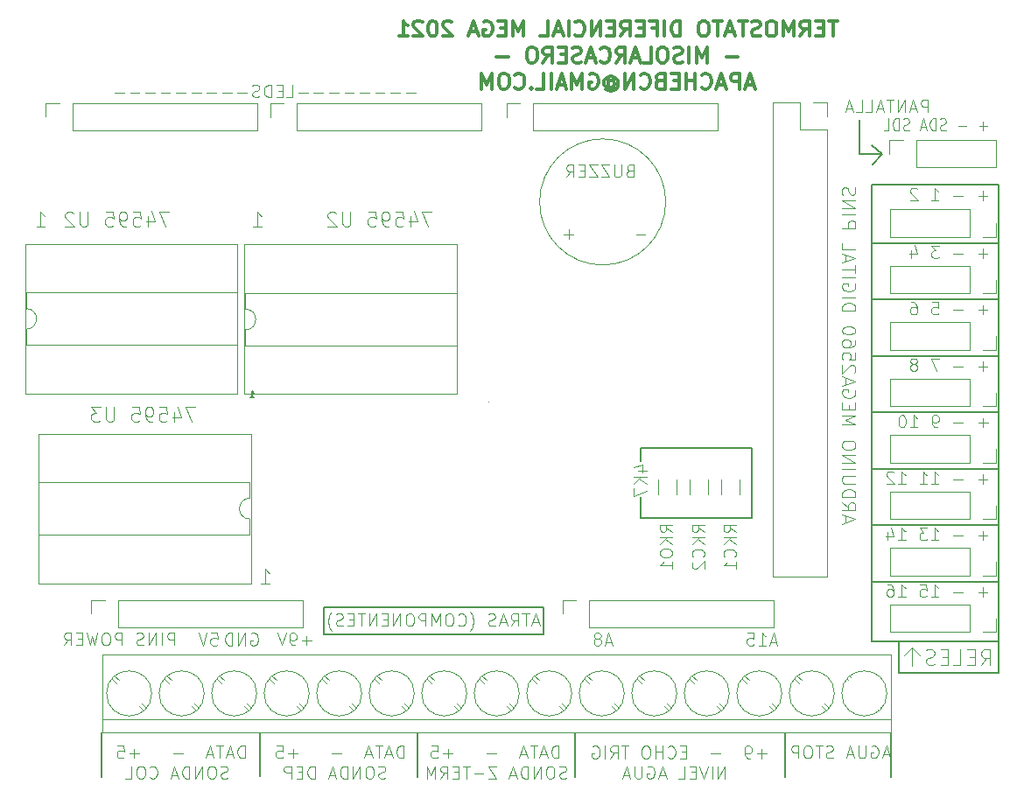
<source format=gbr>
%TF.GenerationSoftware,KiCad,Pcbnew,5.1.10*%
%TF.CreationDate,2021-09-04T21:06:35+02:00*%
%TF.ProjectId,Termostato-Diferencial-Mega,5465726d-6f73-4746-9174-6f2d44696665,rev?*%
%TF.SameCoordinates,PX9048090PY5896390*%
%TF.FileFunction,Legend,Bot*%
%TF.FilePolarity,Positive*%
%FSLAX46Y46*%
G04 Gerber Fmt 4.6, Leading zero omitted, Abs format (unit mm)*
G04 Created by KiCad (PCBNEW 5.1.10) date 2021-09-04 21:06:35*
%MOMM*%
%LPD*%
G01*
G04 APERTURE LIST*
%ADD10C,0.100000*%
%ADD11C,0.200000*%
%ADD12C,0.150000*%
%ADD13C,0.300000*%
%ADD14C,0.120000*%
G04 APERTURE END LIST*
D10*
X48291142Y-18373714D02*
X47376857Y-18373714D01*
X47834000Y-18830857D02*
X47834000Y-17916571D01*
X45891142Y-18373714D02*
X44976857Y-18373714D01*
X42862571Y-18830857D02*
X43548285Y-18830857D01*
X43205428Y-18830857D02*
X43205428Y-17630857D01*
X43319714Y-17802285D01*
X43434000Y-17916571D01*
X43548285Y-17973714D01*
X41776857Y-17630857D02*
X42348285Y-17630857D01*
X42405428Y-18202285D01*
X42348285Y-18145142D01*
X42234000Y-18088000D01*
X41948285Y-18088000D01*
X41834000Y-18145142D01*
X41776857Y-18202285D01*
X41719714Y-18316571D01*
X41719714Y-18602285D01*
X41776857Y-18716571D01*
X41834000Y-18773714D01*
X41948285Y-18830857D01*
X42234000Y-18830857D01*
X42348285Y-18773714D01*
X42405428Y-18716571D01*
X39662571Y-18830857D02*
X40348285Y-18830857D01*
X40005428Y-18830857D02*
X40005428Y-17630857D01*
X40119714Y-17802285D01*
X40234000Y-17916571D01*
X40348285Y-17973714D01*
X38634000Y-17630857D02*
X38862571Y-17630857D01*
X38976857Y-17688000D01*
X39034000Y-17745142D01*
X39148285Y-17916571D01*
X39205428Y-18145142D01*
X39205428Y-18602285D01*
X39148285Y-18716571D01*
X39091142Y-18773714D01*
X38976857Y-18830857D01*
X38748285Y-18830857D01*
X38634000Y-18773714D01*
X38576857Y-18716571D01*
X38519714Y-18602285D01*
X38519714Y-18316571D01*
X38576857Y-18202285D01*
X38634000Y-18145142D01*
X38748285Y-18088000D01*
X38976857Y-18088000D01*
X39091142Y-18145142D01*
X39148285Y-18202285D01*
X39205428Y-18316571D01*
X48291142Y-12912714D02*
X47376857Y-12912714D01*
X47834000Y-13369857D02*
X47834000Y-12455571D01*
X45891142Y-12912714D02*
X44976857Y-12912714D01*
X42862571Y-13369857D02*
X43548285Y-13369857D01*
X43205428Y-13369857D02*
X43205428Y-12169857D01*
X43319714Y-12341285D01*
X43434000Y-12455571D01*
X43548285Y-12512714D01*
X42462571Y-12169857D02*
X41719714Y-12169857D01*
X42119714Y-12627000D01*
X41948285Y-12627000D01*
X41834000Y-12684142D01*
X41776857Y-12741285D01*
X41719714Y-12855571D01*
X41719714Y-13141285D01*
X41776857Y-13255571D01*
X41834000Y-13312714D01*
X41948285Y-13369857D01*
X42291142Y-13369857D01*
X42405428Y-13312714D01*
X42462571Y-13255571D01*
X39662571Y-13369857D02*
X40348285Y-13369857D01*
X40005428Y-13369857D02*
X40005428Y-12169857D01*
X40119714Y-12341285D01*
X40234000Y-12455571D01*
X40348285Y-12512714D01*
X38634000Y-12569857D02*
X38634000Y-13369857D01*
X38919714Y-12112714D02*
X39205428Y-12969857D01*
X38462571Y-12969857D01*
X7307142Y16235715D02*
X8221428Y16235715D01*
X7764285Y16692858D02*
X7764285Y15778572D01*
X14278571Y16235715D02*
X15192857Y16235715D01*
X41021000Y-23749000D02*
X40259000Y-24511000D01*
X41021000Y-23749000D02*
X41783000Y-24511000D01*
X41021000Y-25527000D02*
X41021000Y-23749000D01*
X47680285Y-25443571D02*
X48180285Y-24729285D01*
X48537428Y-25443571D02*
X48537428Y-23943571D01*
X47966000Y-23943571D01*
X47823142Y-24015000D01*
X47751714Y-24086428D01*
X47680285Y-24229285D01*
X47680285Y-24443571D01*
X47751714Y-24586428D01*
X47823142Y-24657857D01*
X47966000Y-24729285D01*
X48537428Y-24729285D01*
X47037428Y-24657857D02*
X46537428Y-24657857D01*
X46323142Y-25443571D02*
X47037428Y-25443571D01*
X47037428Y-23943571D01*
X46323142Y-23943571D01*
X44966000Y-25443571D02*
X45680285Y-25443571D01*
X45680285Y-23943571D01*
X44466000Y-24657857D02*
X43966000Y-24657857D01*
X43751714Y-25443571D02*
X44466000Y-25443571D01*
X44466000Y-23943571D01*
X43751714Y-23943571D01*
X43180285Y-25372142D02*
X42966000Y-25443571D01*
X42608857Y-25443571D01*
X42466000Y-25372142D01*
X42394571Y-25300714D01*
X42323142Y-25157857D01*
X42323142Y-25015000D01*
X42394571Y-24872142D01*
X42466000Y-24800714D01*
X42608857Y-24729285D01*
X42894571Y-24657857D01*
X43037428Y-24586428D01*
X43108857Y-24515000D01*
X43180285Y-24372142D01*
X43180285Y-24229285D01*
X43108857Y-24086428D01*
X43037428Y-24015000D01*
X42894571Y-23943571D01*
X42537428Y-23943571D01*
X42323142Y-24015000D01*
X-23575143Y-34451857D02*
X-23575143Y-33251857D01*
X-23860858Y-33251857D01*
X-24032286Y-33309000D01*
X-24146572Y-33423285D01*
X-24203715Y-33537571D01*
X-24260858Y-33766142D01*
X-24260858Y-33937571D01*
X-24203715Y-34166142D01*
X-24146572Y-34280428D01*
X-24032286Y-34394714D01*
X-23860858Y-34451857D01*
X-23575143Y-34451857D01*
X-24718000Y-34109000D02*
X-25289429Y-34109000D01*
X-24603715Y-34451857D02*
X-25003715Y-33251857D01*
X-25403715Y-34451857D01*
X-25632286Y-33251857D02*
X-26318000Y-33251857D01*
X-25975143Y-34451857D02*
X-25975143Y-33251857D01*
X-26660858Y-34109000D02*
X-27232286Y-34109000D01*
X-26546572Y-34451857D02*
X-26946572Y-33251857D01*
X-27346572Y-34451857D01*
X-29575143Y-33994714D02*
X-30489429Y-33994714D01*
X-33803715Y-33994714D02*
X-34718001Y-33994714D01*
X-34260858Y-34451857D02*
X-34260858Y-33537571D01*
X-35860858Y-33251857D02*
X-35289429Y-33251857D01*
X-35232286Y-33823285D01*
X-35289429Y-33766142D01*
X-35403715Y-33709000D01*
X-35689429Y-33709000D01*
X-35803715Y-33766142D01*
X-35860858Y-33823285D01*
X-35918001Y-33937571D01*
X-35918001Y-34223285D01*
X-35860858Y-34337571D01*
X-35803715Y-34394714D01*
X-35689429Y-34451857D01*
X-35403715Y-34451857D01*
X-35289429Y-34394714D01*
X-35232286Y-34337571D01*
X-8208143Y-34451857D02*
X-8208143Y-33251857D01*
X-8493858Y-33251857D01*
X-8665286Y-33309000D01*
X-8779572Y-33423285D01*
X-8836715Y-33537571D01*
X-8893858Y-33766142D01*
X-8893858Y-33937571D01*
X-8836715Y-34166142D01*
X-8779572Y-34280428D01*
X-8665286Y-34394714D01*
X-8493858Y-34451857D01*
X-8208143Y-34451857D01*
X-9351000Y-34109000D02*
X-9922429Y-34109000D01*
X-9236715Y-34451857D02*
X-9636715Y-33251857D01*
X-10036715Y-34451857D01*
X-10265286Y-33251857D02*
X-10951000Y-33251857D01*
X-10608143Y-34451857D02*
X-10608143Y-33251857D01*
X-11293858Y-34109000D02*
X-11865286Y-34109000D01*
X-11179572Y-34451857D02*
X-11579572Y-33251857D01*
X-11979572Y-34451857D01*
X-14208143Y-33994714D02*
X-15122429Y-33994714D01*
X-18436715Y-33994714D02*
X-19351001Y-33994714D01*
X-18893858Y-34451857D02*
X-18893858Y-33537571D01*
X-20493858Y-33251857D02*
X-19922429Y-33251857D01*
X-19865286Y-33823285D01*
X-19922429Y-33766142D01*
X-20036715Y-33709000D01*
X-20322429Y-33709000D01*
X-20436715Y-33766142D01*
X-20493858Y-33823285D01*
X-20551001Y-33937571D01*
X-20551001Y-34223285D01*
X-20493858Y-34337571D01*
X-20436715Y-34394714D01*
X-20322429Y-34451857D01*
X-20036715Y-34451857D01*
X-19922429Y-34394714D01*
X-19865286Y-34337571D01*
X6777857Y-34451857D02*
X6777857Y-33251857D01*
X6492142Y-33251857D01*
X6320714Y-33309000D01*
X6206428Y-33423285D01*
X6149285Y-33537571D01*
X6092142Y-33766142D01*
X6092142Y-33937571D01*
X6149285Y-34166142D01*
X6206428Y-34280428D01*
X6320714Y-34394714D01*
X6492142Y-34451857D01*
X6777857Y-34451857D01*
X5635000Y-34109000D02*
X5063571Y-34109000D01*
X5749285Y-34451857D02*
X5349285Y-33251857D01*
X4949285Y-34451857D01*
X4720714Y-33251857D02*
X4035000Y-33251857D01*
X4377857Y-34451857D02*
X4377857Y-33251857D01*
X3692142Y-34109000D02*
X3120714Y-34109000D01*
X3806428Y-34451857D02*
X3406428Y-33251857D01*
X3006428Y-34451857D01*
X777857Y-33994714D02*
X-136429Y-33994714D01*
X-3450715Y-33994714D02*
X-4365000Y-33994714D01*
X-3907858Y-34451857D02*
X-3907858Y-33537571D01*
X-5507858Y-33251857D02*
X-4936429Y-33251857D01*
X-4879286Y-33823285D01*
X-4936429Y-33766142D01*
X-5050715Y-33709000D01*
X-5336429Y-33709000D01*
X-5450715Y-33766142D01*
X-5507858Y-33823285D01*
X-5565000Y-33937571D01*
X-5565000Y-34223285D01*
X-5507858Y-34337571D01*
X-5450715Y-34394714D01*
X-5336429Y-34451857D01*
X-5050715Y-34451857D01*
X-4936429Y-34394714D01*
X-4879286Y-34337571D01*
X-21990000Y-17524333D02*
X-21190000Y-17524333D01*
X-21590000Y-17524333D02*
X-21590000Y-16124333D01*
X-21456667Y-16324333D01*
X-21323334Y-16457666D01*
X-21190000Y-16524333D01*
X-28334334Y-503333D02*
X-29267667Y-503333D01*
X-28667667Y-1903333D01*
X-30401000Y-970000D02*
X-30401000Y-1903333D01*
X-30067667Y-436666D02*
X-29734334Y-1436666D01*
X-30601000Y-1436666D01*
X-31801000Y-503333D02*
X-31134334Y-503333D01*
X-31067667Y-1170000D01*
X-31134334Y-1103333D01*
X-31267667Y-1036666D01*
X-31601000Y-1036666D01*
X-31734334Y-1103333D01*
X-31801000Y-1170000D01*
X-31867667Y-1303333D01*
X-31867667Y-1636666D01*
X-31801000Y-1770000D01*
X-31734334Y-1836666D01*
X-31601000Y-1903333D01*
X-31267667Y-1903333D01*
X-31134334Y-1836666D01*
X-31067667Y-1770000D01*
X-32534334Y-1903333D02*
X-32801000Y-1903333D01*
X-32934334Y-1836666D01*
X-33001000Y-1770000D01*
X-33134334Y-1570000D01*
X-33201000Y-1303333D01*
X-33201000Y-770000D01*
X-33134334Y-636666D01*
X-33067667Y-570000D01*
X-32934334Y-503333D01*
X-32667667Y-503333D01*
X-32534334Y-570000D01*
X-32467667Y-636666D01*
X-32401000Y-770000D01*
X-32401000Y-1103333D01*
X-32467667Y-1236666D01*
X-32534334Y-1303333D01*
X-32667667Y-1370000D01*
X-32934334Y-1370000D01*
X-33067667Y-1303333D01*
X-33134334Y-1236666D01*
X-33201000Y-1103333D01*
X-34467667Y-503333D02*
X-33801000Y-503333D01*
X-33734334Y-1170000D01*
X-33801000Y-1103333D01*
X-33934334Y-1036666D01*
X-34267667Y-1036666D01*
X-34401000Y-1103333D01*
X-34467667Y-1170000D01*
X-34534334Y-1303333D01*
X-34534334Y-1636666D01*
X-34467667Y-1770000D01*
X-34401000Y-1836666D01*
X-34267667Y-1903333D01*
X-33934334Y-1903333D01*
X-33801000Y-1836666D01*
X-33734334Y-1770000D01*
X-36201000Y-503333D02*
X-36201000Y-1636666D01*
X-36267667Y-1770000D01*
X-36334334Y-1836666D01*
X-36467667Y-1903333D01*
X-36734334Y-1903333D01*
X-36867667Y-1836666D01*
X-36934334Y-1770000D01*
X-37001000Y-1636666D01*
X-37001000Y-503333D01*
X-37534334Y-503333D02*
X-38401000Y-503333D01*
X-37934334Y-1036666D01*
X-38134334Y-1036666D01*
X-38267667Y-1103333D01*
X-38334334Y-1170000D01*
X-38401000Y-1303333D01*
X-38401000Y-1636666D01*
X-38334334Y-1770000D01*
X-38267667Y-1836666D01*
X-38134334Y-1903333D01*
X-37734334Y-1903333D01*
X-37601000Y-1836666D01*
X-37534334Y-1770000D01*
X-5474334Y18419667D02*
X-6407667Y18419667D01*
X-5807667Y17019667D01*
X-7541000Y17953000D02*
X-7541000Y17019667D01*
X-7207667Y18486334D02*
X-6874334Y17486334D01*
X-7741000Y17486334D01*
X-8941000Y18419667D02*
X-8274334Y18419667D01*
X-8207667Y17753000D01*
X-8274334Y17819667D01*
X-8407667Y17886334D01*
X-8741000Y17886334D01*
X-8874334Y17819667D01*
X-8941000Y17753000D01*
X-9007667Y17619667D01*
X-9007667Y17286334D01*
X-8941000Y17153000D01*
X-8874334Y17086334D01*
X-8741000Y17019667D01*
X-8407667Y17019667D01*
X-8274334Y17086334D01*
X-8207667Y17153000D01*
X-9674334Y17019667D02*
X-9941000Y17019667D01*
X-10074334Y17086334D01*
X-10141000Y17153000D01*
X-10274334Y17353000D01*
X-10341000Y17619667D01*
X-10341000Y18153000D01*
X-10274334Y18286334D01*
X-10207667Y18353000D01*
X-10074334Y18419667D01*
X-9807667Y18419667D01*
X-9674334Y18353000D01*
X-9607667Y18286334D01*
X-9541000Y18153000D01*
X-9541000Y17819667D01*
X-9607667Y17686334D01*
X-9674334Y17619667D01*
X-9807667Y17553000D01*
X-10074334Y17553000D01*
X-10207667Y17619667D01*
X-10274334Y17686334D01*
X-10341000Y17819667D01*
X-11607667Y18419667D02*
X-10941000Y18419667D01*
X-10874334Y17753000D01*
X-10941000Y17819667D01*
X-11074334Y17886334D01*
X-11407667Y17886334D01*
X-11541000Y17819667D01*
X-11607667Y17753000D01*
X-11674334Y17619667D01*
X-11674334Y17286334D01*
X-11607667Y17153000D01*
X-11541000Y17086334D01*
X-11407667Y17019667D01*
X-11074334Y17019667D01*
X-10941000Y17086334D01*
X-10874334Y17153000D01*
X-13341000Y18419667D02*
X-13341000Y17286334D01*
X-13407667Y17153000D01*
X-13474334Y17086334D01*
X-13607667Y17019667D01*
X-13874334Y17019667D01*
X-14007667Y17086334D01*
X-14074334Y17153000D01*
X-14141000Y17286334D01*
X-14141000Y18419667D01*
X-14741000Y18286334D02*
X-14807667Y18353000D01*
X-14941000Y18419667D01*
X-15274334Y18419667D01*
X-15407667Y18353000D01*
X-15474334Y18286334D01*
X-15541000Y18153000D01*
X-15541000Y18019667D01*
X-15474334Y17819667D01*
X-14674334Y17019667D01*
X-15541000Y17019667D01*
X-30874334Y18419667D02*
X-31807667Y18419667D01*
X-31207667Y17019667D01*
X-32941000Y17953000D02*
X-32941000Y17019667D01*
X-32607667Y18486334D02*
X-32274334Y17486334D01*
X-33141000Y17486334D01*
X-34341000Y18419667D02*
X-33674334Y18419667D01*
X-33607667Y17753000D01*
X-33674334Y17819667D01*
X-33807667Y17886334D01*
X-34141000Y17886334D01*
X-34274334Y17819667D01*
X-34341000Y17753000D01*
X-34407667Y17619667D01*
X-34407667Y17286334D01*
X-34341000Y17153000D01*
X-34274334Y17086334D01*
X-34141000Y17019667D01*
X-33807667Y17019667D01*
X-33674334Y17086334D01*
X-33607667Y17153000D01*
X-35074334Y17019667D02*
X-35341000Y17019667D01*
X-35474334Y17086334D01*
X-35541000Y17153000D01*
X-35674334Y17353000D01*
X-35741000Y17619667D01*
X-35741000Y18153000D01*
X-35674334Y18286334D01*
X-35607667Y18353000D01*
X-35474334Y18419667D01*
X-35207667Y18419667D01*
X-35074334Y18353000D01*
X-35007667Y18286334D01*
X-34941000Y18153000D01*
X-34941000Y17819667D01*
X-35007667Y17686334D01*
X-35074334Y17619667D01*
X-35207667Y17553000D01*
X-35474334Y17553000D01*
X-35607667Y17619667D01*
X-35674334Y17686334D01*
X-35741000Y17819667D01*
X-37007667Y18419667D02*
X-36341000Y18419667D01*
X-36274334Y17753000D01*
X-36341000Y17819667D01*
X-36474334Y17886334D01*
X-36807667Y17886334D01*
X-36941000Y17819667D01*
X-37007667Y17753000D01*
X-37074334Y17619667D01*
X-37074334Y17286334D01*
X-37007667Y17153000D01*
X-36941000Y17086334D01*
X-36807667Y17019667D01*
X-36474334Y17019667D01*
X-36341000Y17086334D01*
X-36274334Y17153000D01*
X-38741000Y18419667D02*
X-38741000Y17286334D01*
X-38807667Y17153000D01*
X-38874334Y17086334D01*
X-39007667Y17019667D01*
X-39274334Y17019667D01*
X-39407667Y17086334D01*
X-39474334Y17153000D01*
X-39541000Y17286334D01*
X-39541000Y18419667D01*
X-40141000Y18286334D02*
X-40207667Y18353000D01*
X-40341000Y18419667D01*
X-40674334Y18419667D01*
X-40807667Y18353000D01*
X-40874334Y18286334D01*
X-40941000Y18153000D01*
X-40941000Y18019667D01*
X-40874334Y17819667D01*
X-40074334Y17019667D01*
X-40941000Y17019667D01*
D11*
X49403000Y-26162000D02*
X49403000Y20955000D01*
D12*
X39751000Y-26162000D02*
X49403000Y-26162000D01*
X39751000Y-23241000D02*
X39751000Y-26162000D01*
D13*
X33755714Y36901429D02*
X32898571Y36901429D01*
X33327142Y35401429D02*
X33327142Y36901429D01*
X32398571Y36187143D02*
X31898571Y36187143D01*
X31684285Y35401429D02*
X32398571Y35401429D01*
X32398571Y36901429D01*
X31684285Y36901429D01*
X30184285Y35401429D02*
X30684285Y36115715D01*
X31041428Y35401429D02*
X31041428Y36901429D01*
X30470000Y36901429D01*
X30327142Y36830000D01*
X30255714Y36758572D01*
X30184285Y36615715D01*
X30184285Y36401429D01*
X30255714Y36258572D01*
X30327142Y36187143D01*
X30470000Y36115715D01*
X31041428Y36115715D01*
X29541428Y35401429D02*
X29541428Y36901429D01*
X29041428Y35830000D01*
X28541428Y36901429D01*
X28541428Y35401429D01*
X27541428Y36901429D02*
X27255714Y36901429D01*
X27112857Y36830000D01*
X26970000Y36687143D01*
X26898571Y36401429D01*
X26898571Y35901429D01*
X26970000Y35615715D01*
X27112857Y35472858D01*
X27255714Y35401429D01*
X27541428Y35401429D01*
X27684285Y35472858D01*
X27827142Y35615715D01*
X27898571Y35901429D01*
X27898571Y36401429D01*
X27827142Y36687143D01*
X27684285Y36830000D01*
X27541428Y36901429D01*
X26327142Y35472858D02*
X26112857Y35401429D01*
X25755714Y35401429D01*
X25612857Y35472858D01*
X25541428Y35544286D01*
X25470000Y35687143D01*
X25470000Y35830000D01*
X25541428Y35972858D01*
X25612857Y36044286D01*
X25755714Y36115715D01*
X26041428Y36187143D01*
X26184285Y36258572D01*
X26255714Y36330000D01*
X26327142Y36472858D01*
X26327142Y36615715D01*
X26255714Y36758572D01*
X26184285Y36830000D01*
X26041428Y36901429D01*
X25684285Y36901429D01*
X25470000Y36830000D01*
X25041428Y36901429D02*
X24184285Y36901429D01*
X24612857Y35401429D02*
X24612857Y36901429D01*
X23755714Y35830000D02*
X23041428Y35830000D01*
X23898571Y35401429D02*
X23398571Y36901429D01*
X22898571Y35401429D01*
X22612857Y36901429D02*
X21755714Y36901429D01*
X22184285Y35401429D02*
X22184285Y36901429D01*
X20970000Y36901429D02*
X20684285Y36901429D01*
X20541428Y36830000D01*
X20398571Y36687143D01*
X20327142Y36401429D01*
X20327142Y35901429D01*
X20398571Y35615715D01*
X20541428Y35472858D01*
X20684285Y35401429D01*
X20970000Y35401429D01*
X21112857Y35472858D01*
X21255714Y35615715D01*
X21327142Y35901429D01*
X21327142Y36401429D01*
X21255714Y36687143D01*
X21112857Y36830000D01*
X20970000Y36901429D01*
X18541428Y35401429D02*
X18541428Y36901429D01*
X18184285Y36901429D01*
X17970000Y36830000D01*
X17827142Y36687143D01*
X17755714Y36544286D01*
X17684285Y36258572D01*
X17684285Y36044286D01*
X17755714Y35758572D01*
X17827142Y35615715D01*
X17970000Y35472858D01*
X18184285Y35401429D01*
X18541428Y35401429D01*
X17041428Y35401429D02*
X17041428Y36901429D01*
X15827142Y36187143D02*
X16327142Y36187143D01*
X16327142Y35401429D02*
X16327142Y36901429D01*
X15612857Y36901429D01*
X15041428Y36187143D02*
X14541428Y36187143D01*
X14327142Y35401429D02*
X15041428Y35401429D01*
X15041428Y36901429D01*
X14327142Y36901429D01*
X12827142Y35401429D02*
X13327142Y36115715D01*
X13684285Y35401429D02*
X13684285Y36901429D01*
X13112857Y36901429D01*
X12970000Y36830000D01*
X12898571Y36758572D01*
X12827142Y36615715D01*
X12827142Y36401429D01*
X12898571Y36258572D01*
X12970000Y36187143D01*
X13112857Y36115715D01*
X13684285Y36115715D01*
X12184285Y36187143D02*
X11684285Y36187143D01*
X11470000Y35401429D02*
X12184285Y35401429D01*
X12184285Y36901429D01*
X11470000Y36901429D01*
X10827142Y35401429D02*
X10827142Y36901429D01*
X9970000Y35401429D01*
X9970000Y36901429D01*
X8398571Y35544286D02*
X8470000Y35472858D01*
X8684285Y35401429D01*
X8827142Y35401429D01*
X9041428Y35472858D01*
X9184285Y35615715D01*
X9255714Y35758572D01*
X9327142Y36044286D01*
X9327142Y36258572D01*
X9255714Y36544286D01*
X9184285Y36687143D01*
X9041428Y36830000D01*
X8827142Y36901429D01*
X8684285Y36901429D01*
X8470000Y36830000D01*
X8398571Y36758572D01*
X7755714Y35401429D02*
X7755714Y36901429D01*
X7112857Y35830000D02*
X6398571Y35830000D01*
X7255714Y35401429D02*
X6755714Y36901429D01*
X6255714Y35401429D01*
X5041428Y35401429D02*
X5755714Y35401429D01*
X5755714Y36901429D01*
X3398571Y35401429D02*
X3398571Y36901429D01*
X2898571Y35830000D01*
X2398571Y36901429D01*
X2398571Y35401429D01*
X1684285Y36187143D02*
X1184285Y36187143D01*
X970000Y35401429D02*
X1684285Y35401429D01*
X1684285Y36901429D01*
X970000Y36901429D01*
X-458572Y36830000D02*
X-315715Y36901429D01*
X-101429Y36901429D01*
X112857Y36830000D01*
X255714Y36687143D01*
X327142Y36544286D01*
X398571Y36258572D01*
X398571Y36044286D01*
X327142Y35758572D01*
X255714Y35615715D01*
X112857Y35472858D01*
X-101429Y35401429D01*
X-244286Y35401429D01*
X-458572Y35472858D01*
X-530000Y35544286D01*
X-530000Y36044286D01*
X-244286Y36044286D01*
X-1101429Y35830000D02*
X-1815715Y35830000D01*
X-958572Y35401429D02*
X-1458572Y36901429D01*
X-1958572Y35401429D01*
X-3530000Y36758572D02*
X-3601429Y36830000D01*
X-3744286Y36901429D01*
X-4101429Y36901429D01*
X-4244286Y36830000D01*
X-4315715Y36758572D01*
X-4387143Y36615715D01*
X-4387143Y36472858D01*
X-4315715Y36258572D01*
X-3458572Y35401429D01*
X-4387143Y35401429D01*
X-5315715Y36901429D02*
X-5458572Y36901429D01*
X-5601429Y36830000D01*
X-5672858Y36758572D01*
X-5744286Y36615715D01*
X-5815715Y36330000D01*
X-5815715Y35972858D01*
X-5744286Y35687143D01*
X-5672858Y35544286D01*
X-5601429Y35472858D01*
X-5458572Y35401429D01*
X-5315715Y35401429D01*
X-5172858Y35472858D01*
X-5101429Y35544286D01*
X-5030000Y35687143D01*
X-4958572Y35972858D01*
X-4958572Y36330000D01*
X-5030000Y36615715D01*
X-5101429Y36758572D01*
X-5172858Y36830000D01*
X-5315715Y36901429D01*
X-6387143Y36758572D02*
X-6458572Y36830000D01*
X-6601429Y36901429D01*
X-6958572Y36901429D01*
X-7101429Y36830000D01*
X-7172858Y36758572D01*
X-7244286Y36615715D01*
X-7244286Y36472858D01*
X-7172858Y36258572D01*
X-6315715Y35401429D01*
X-7244286Y35401429D01*
X-8672858Y35401429D02*
X-7815715Y35401429D01*
X-8244286Y35401429D02*
X-8244286Y36901429D01*
X-8101429Y36687143D01*
X-7958572Y36544286D01*
X-7815715Y36472858D01*
X24148571Y33422858D02*
X23005714Y33422858D01*
X21148571Y32851429D02*
X21148571Y34351429D01*
X20648571Y33280000D01*
X20148571Y34351429D01*
X20148571Y32851429D01*
X19434285Y32851429D02*
X19434285Y34351429D01*
X18791428Y32922858D02*
X18577142Y32851429D01*
X18220000Y32851429D01*
X18077142Y32922858D01*
X18005714Y32994286D01*
X17934285Y33137143D01*
X17934285Y33280000D01*
X18005714Y33422858D01*
X18077142Y33494286D01*
X18220000Y33565715D01*
X18505714Y33637143D01*
X18648571Y33708572D01*
X18720000Y33780000D01*
X18791428Y33922858D01*
X18791428Y34065715D01*
X18720000Y34208572D01*
X18648571Y34280000D01*
X18505714Y34351429D01*
X18148571Y34351429D01*
X17934285Y34280000D01*
X17005714Y34351429D02*
X16720000Y34351429D01*
X16577142Y34280000D01*
X16434285Y34137143D01*
X16362857Y33851429D01*
X16362857Y33351429D01*
X16434285Y33065715D01*
X16577142Y32922858D01*
X16720000Y32851429D01*
X17005714Y32851429D01*
X17148571Y32922858D01*
X17291428Y33065715D01*
X17362857Y33351429D01*
X17362857Y33851429D01*
X17291428Y34137143D01*
X17148571Y34280000D01*
X17005714Y34351429D01*
X15005714Y32851429D02*
X15720000Y32851429D01*
X15720000Y34351429D01*
X14577142Y33280000D02*
X13862857Y33280000D01*
X14720000Y32851429D02*
X14220000Y34351429D01*
X13720000Y32851429D01*
X12362857Y32851429D02*
X12862857Y33565715D01*
X13220000Y32851429D02*
X13220000Y34351429D01*
X12648571Y34351429D01*
X12505714Y34280000D01*
X12434285Y34208572D01*
X12362857Y34065715D01*
X12362857Y33851429D01*
X12434285Y33708572D01*
X12505714Y33637143D01*
X12648571Y33565715D01*
X13220000Y33565715D01*
X10862857Y32994286D02*
X10934285Y32922858D01*
X11148571Y32851429D01*
X11291428Y32851429D01*
X11505714Y32922858D01*
X11648571Y33065715D01*
X11720000Y33208572D01*
X11791428Y33494286D01*
X11791428Y33708572D01*
X11720000Y33994286D01*
X11648571Y34137143D01*
X11505714Y34280000D01*
X11291428Y34351429D01*
X11148571Y34351429D01*
X10934285Y34280000D01*
X10862857Y34208572D01*
X10291428Y33280000D02*
X9577142Y33280000D01*
X10434285Y32851429D02*
X9934285Y34351429D01*
X9434285Y32851429D01*
X9005714Y32922858D02*
X8791428Y32851429D01*
X8434285Y32851429D01*
X8291428Y32922858D01*
X8220000Y32994286D01*
X8148571Y33137143D01*
X8148571Y33280000D01*
X8220000Y33422858D01*
X8291428Y33494286D01*
X8434285Y33565715D01*
X8720000Y33637143D01*
X8862857Y33708572D01*
X8934285Y33780000D01*
X9005714Y33922858D01*
X9005714Y34065715D01*
X8934285Y34208572D01*
X8862857Y34280000D01*
X8720000Y34351429D01*
X8362857Y34351429D01*
X8148571Y34280000D01*
X7505714Y33637143D02*
X7005714Y33637143D01*
X6791428Y32851429D02*
X7505714Y32851429D01*
X7505714Y34351429D01*
X6791428Y34351429D01*
X5291428Y32851429D02*
X5791428Y33565715D01*
X6148571Y32851429D02*
X6148571Y34351429D01*
X5577142Y34351429D01*
X5434285Y34280000D01*
X5362857Y34208572D01*
X5291428Y34065715D01*
X5291428Y33851429D01*
X5362857Y33708572D01*
X5434285Y33637143D01*
X5577142Y33565715D01*
X6148571Y33565715D01*
X4362857Y34351429D02*
X4077142Y34351429D01*
X3934285Y34280000D01*
X3791428Y34137143D01*
X3720000Y33851429D01*
X3720000Y33351429D01*
X3791428Y33065715D01*
X3934285Y32922858D01*
X4077142Y32851429D01*
X4362857Y32851429D01*
X4505714Y32922858D01*
X4648571Y33065715D01*
X4720000Y33351429D01*
X4720000Y33851429D01*
X4648571Y34137143D01*
X4505714Y34280000D01*
X4362857Y34351429D01*
X1934285Y33422858D02*
X791428Y33422858D01*
X25648571Y30730000D02*
X24934285Y30730000D01*
X25791428Y30301429D02*
X25291428Y31801429D01*
X24791428Y30301429D01*
X24291428Y30301429D02*
X24291428Y31801429D01*
X23720000Y31801429D01*
X23577142Y31730000D01*
X23505714Y31658572D01*
X23434285Y31515715D01*
X23434285Y31301429D01*
X23505714Y31158572D01*
X23577142Y31087143D01*
X23720000Y31015715D01*
X24291428Y31015715D01*
X22862857Y30730000D02*
X22148571Y30730000D01*
X23005714Y30301429D02*
X22505714Y31801429D01*
X22005714Y30301429D01*
X20648571Y30444286D02*
X20720000Y30372858D01*
X20934285Y30301429D01*
X21077142Y30301429D01*
X21291428Y30372858D01*
X21434285Y30515715D01*
X21505714Y30658572D01*
X21577142Y30944286D01*
X21577142Y31158572D01*
X21505714Y31444286D01*
X21434285Y31587143D01*
X21291428Y31730000D01*
X21077142Y31801429D01*
X20934285Y31801429D01*
X20720000Y31730000D01*
X20648571Y31658572D01*
X20005714Y30301429D02*
X20005714Y31801429D01*
X20005714Y31087143D02*
X19148571Y31087143D01*
X19148571Y30301429D02*
X19148571Y31801429D01*
X18434285Y31087143D02*
X17934285Y31087143D01*
X17720000Y30301429D02*
X18434285Y30301429D01*
X18434285Y31801429D01*
X17720000Y31801429D01*
X16577142Y31087143D02*
X16362857Y31015715D01*
X16291428Y30944286D01*
X16220000Y30801429D01*
X16220000Y30587143D01*
X16291428Y30444286D01*
X16362857Y30372858D01*
X16505714Y30301429D01*
X17077142Y30301429D01*
X17077142Y31801429D01*
X16577142Y31801429D01*
X16434285Y31730000D01*
X16362857Y31658572D01*
X16291428Y31515715D01*
X16291428Y31372858D01*
X16362857Y31230000D01*
X16434285Y31158572D01*
X16577142Y31087143D01*
X17077142Y31087143D01*
X14720000Y30444286D02*
X14791428Y30372858D01*
X15005714Y30301429D01*
X15148571Y30301429D01*
X15362857Y30372858D01*
X15505714Y30515715D01*
X15577142Y30658572D01*
X15648571Y30944286D01*
X15648571Y31158572D01*
X15577142Y31444286D01*
X15505714Y31587143D01*
X15362857Y31730000D01*
X15148571Y31801429D01*
X15005714Y31801429D01*
X14791428Y31730000D01*
X14720000Y31658572D01*
X14077142Y30301429D02*
X14077142Y31801429D01*
X13220000Y30301429D01*
X13220000Y31801429D01*
X11577142Y31015715D02*
X11648571Y31087143D01*
X11791428Y31158572D01*
X11934285Y31158572D01*
X12077142Y31087143D01*
X12148571Y31015715D01*
X12220000Y30872858D01*
X12220000Y30730000D01*
X12148571Y30587143D01*
X12077142Y30515715D01*
X11934285Y30444286D01*
X11791428Y30444286D01*
X11648571Y30515715D01*
X11577142Y30587143D01*
X11577142Y31158572D02*
X11577142Y30587143D01*
X11505714Y30515715D01*
X11434285Y30515715D01*
X11291428Y30587143D01*
X11220000Y30730000D01*
X11220000Y31087143D01*
X11362857Y31301429D01*
X11577142Y31444286D01*
X11862857Y31515715D01*
X12148571Y31444286D01*
X12362857Y31301429D01*
X12505714Y31087143D01*
X12577142Y30801429D01*
X12505714Y30515715D01*
X12362857Y30301429D01*
X12148571Y30158572D01*
X11862857Y30087143D01*
X11577142Y30158572D01*
X11362857Y30301429D01*
X9791428Y31730000D02*
X9934285Y31801429D01*
X10148571Y31801429D01*
X10362857Y31730000D01*
X10505714Y31587143D01*
X10577142Y31444286D01*
X10648571Y31158572D01*
X10648571Y30944286D01*
X10577142Y30658572D01*
X10505714Y30515715D01*
X10362857Y30372858D01*
X10148571Y30301429D01*
X10005714Y30301429D01*
X9791428Y30372858D01*
X9720000Y30444286D01*
X9720000Y30944286D01*
X10005714Y30944286D01*
X9077142Y30301429D02*
X9077142Y31801429D01*
X8577142Y30730000D01*
X8077142Y31801429D01*
X8077142Y30301429D01*
X7434285Y30730000D02*
X6720000Y30730000D01*
X7577142Y30301429D02*
X7077142Y31801429D01*
X6577142Y30301429D01*
X6077142Y30301429D02*
X6077142Y31801429D01*
X4648571Y30301429D02*
X5362857Y30301429D01*
X5362857Y31801429D01*
X4148571Y30444286D02*
X4077142Y30372858D01*
X4148571Y30301429D01*
X4220000Y30372858D01*
X4148571Y30444286D01*
X4148571Y30301429D01*
X2577142Y30444286D02*
X2648571Y30372858D01*
X2862857Y30301429D01*
X3005714Y30301429D01*
X3220000Y30372858D01*
X3362857Y30515715D01*
X3434285Y30658572D01*
X3505714Y30944286D01*
X3505714Y31158572D01*
X3434285Y31444286D01*
X3362857Y31587143D01*
X3220000Y31730000D01*
X3005714Y31801429D01*
X2862857Y31801429D01*
X2648571Y31730000D01*
X2577142Y31658572D01*
X1648571Y31801429D02*
X1362857Y31801429D01*
X1220000Y31730000D01*
X1077142Y31587143D01*
X1005714Y31301429D01*
X1005714Y30801429D01*
X1077142Y30515715D01*
X1220000Y30372858D01*
X1362857Y30301429D01*
X1648571Y30301429D01*
X1791428Y30372858D01*
X1934285Y30515715D01*
X2005714Y30801429D01*
X2005714Y31301429D01*
X1934285Y31587143D01*
X1791428Y31730000D01*
X1648571Y31801429D01*
X362857Y30301429D02*
X362857Y31801429D01*
X-137143Y30730000D01*
X-637143Y31801429D01*
X-637143Y30301429D01*
D12*
X14765000Y-4414000D02*
X14765000Y-5748000D01*
X14765000Y-11225000D02*
X14765000Y-9224000D01*
X25493000Y-11225000D02*
X14765000Y-11225000D01*
X25493000Y-4414000D02*
X25493000Y-11225000D01*
X14765000Y-4414000D02*
X25493000Y-4414000D01*
D10*
X48291142Y-7451714D02*
X47376857Y-7451714D01*
X47834000Y-7908857D02*
X47834000Y-6994571D01*
X45891142Y-7451714D02*
X44976857Y-7451714D01*
X42862571Y-7908857D02*
X43548285Y-7908857D01*
X43205428Y-7908857D02*
X43205428Y-6708857D01*
X43319714Y-6880285D01*
X43434000Y-6994571D01*
X43548285Y-7051714D01*
X41719714Y-7908857D02*
X42405428Y-7908857D01*
X42062571Y-7908857D02*
X42062571Y-6708857D01*
X42176857Y-6880285D01*
X42291142Y-6994571D01*
X42405428Y-7051714D01*
X39662571Y-7908857D02*
X40348285Y-7908857D01*
X40005428Y-7908857D02*
X40005428Y-6708857D01*
X40119714Y-6880285D01*
X40234000Y-6994571D01*
X40348285Y-7051714D01*
X39205428Y-6823142D02*
X39148285Y-6766000D01*
X39034000Y-6708857D01*
X38748285Y-6708857D01*
X38634000Y-6766000D01*
X38576857Y-6823142D01*
X38519714Y-6937428D01*
X38519714Y-7051714D01*
X38576857Y-7223142D01*
X39262571Y-7908857D01*
X38519714Y-7908857D01*
X48316714Y-1990714D02*
X47402428Y-1990714D01*
X47859571Y-2447857D02*
X47859571Y-1533571D01*
X45916714Y-1990714D02*
X45002428Y-1990714D01*
X43459571Y-2447857D02*
X43231000Y-2447857D01*
X43116714Y-2390714D01*
X43059571Y-2333571D01*
X42945285Y-2162142D01*
X42888142Y-1933571D01*
X42888142Y-1476428D01*
X42945285Y-1362142D01*
X43002428Y-1305000D01*
X43116714Y-1247857D01*
X43345285Y-1247857D01*
X43459571Y-1305000D01*
X43516714Y-1362142D01*
X43573857Y-1476428D01*
X43573857Y-1762142D01*
X43516714Y-1876428D01*
X43459571Y-1933571D01*
X43345285Y-1990714D01*
X43116714Y-1990714D01*
X43002428Y-1933571D01*
X42945285Y-1876428D01*
X42888142Y-1762142D01*
X40831000Y-2447857D02*
X41516714Y-2447857D01*
X41173857Y-2447857D02*
X41173857Y-1247857D01*
X41288142Y-1419285D01*
X41402428Y-1533571D01*
X41516714Y-1590714D01*
X40088142Y-1247857D02*
X39973857Y-1247857D01*
X39859571Y-1305000D01*
X39802428Y-1362142D01*
X39745285Y-1476428D01*
X39688142Y-1705000D01*
X39688142Y-1990714D01*
X39745285Y-2219285D01*
X39802428Y-2333571D01*
X39859571Y-2390714D01*
X39973857Y-2447857D01*
X40088142Y-2447857D01*
X40202428Y-2390714D01*
X40259571Y-2333571D01*
X40316714Y-2219285D01*
X40373857Y-1990714D01*
X40373857Y-1705000D01*
X40316714Y-1476428D01*
X40259571Y-1362142D01*
X40202428Y-1305000D01*
X40088142Y-1247857D01*
X48291285Y3470286D02*
X47377000Y3470286D01*
X47834142Y3013143D02*
X47834142Y3927429D01*
X45891285Y3470286D02*
X44977000Y3470286D01*
X43605571Y4213143D02*
X42805571Y4213143D01*
X43319857Y3013143D01*
X41262714Y3698858D02*
X41377000Y3756000D01*
X41434142Y3813143D01*
X41491285Y3927429D01*
X41491285Y3984572D01*
X41434142Y4098858D01*
X41377000Y4156000D01*
X41262714Y4213143D01*
X41034142Y4213143D01*
X40919857Y4156000D01*
X40862714Y4098858D01*
X40805571Y3984572D01*
X40805571Y3927429D01*
X40862714Y3813143D01*
X40919857Y3756000D01*
X41034142Y3698858D01*
X41262714Y3698858D01*
X41377000Y3641715D01*
X41434142Y3584572D01*
X41491285Y3470286D01*
X41491285Y3241715D01*
X41434142Y3127429D01*
X41377000Y3070286D01*
X41262714Y3013143D01*
X41034142Y3013143D01*
X40919857Y3070286D01*
X40862714Y3127429D01*
X40805571Y3241715D01*
X40805571Y3470286D01*
X40862714Y3584572D01*
X40919857Y3641715D01*
X41034142Y3698858D01*
X48291285Y8931286D02*
X47377000Y8931286D01*
X47834142Y8474143D02*
X47834142Y9388429D01*
X45891285Y8931286D02*
X44977000Y8931286D01*
X42919857Y9674143D02*
X43491285Y9674143D01*
X43548428Y9102715D01*
X43491285Y9159858D01*
X43377000Y9217000D01*
X43091285Y9217000D01*
X42977000Y9159858D01*
X42919857Y9102715D01*
X42862714Y8988429D01*
X42862714Y8702715D01*
X42919857Y8588429D01*
X42977000Y8531286D01*
X43091285Y8474143D01*
X43377000Y8474143D01*
X43491285Y8531286D01*
X43548428Y8588429D01*
X40919857Y9674143D02*
X41148428Y9674143D01*
X41262714Y9617000D01*
X41319857Y9559858D01*
X41434142Y9388429D01*
X41491285Y9159858D01*
X41491285Y8702715D01*
X41434142Y8588429D01*
X41377000Y8531286D01*
X41262714Y8474143D01*
X41034142Y8474143D01*
X40919857Y8531286D01*
X40862714Y8588429D01*
X40805571Y8702715D01*
X40805571Y8988429D01*
X40862714Y9102715D01*
X40919857Y9159858D01*
X41034142Y9217000D01*
X41262714Y9217000D01*
X41377000Y9159858D01*
X41434142Y9102715D01*
X41491285Y8988429D01*
X48291285Y14392286D02*
X47377000Y14392286D01*
X47834142Y13935143D02*
X47834142Y14849429D01*
X45891285Y14392286D02*
X44977000Y14392286D01*
X43605571Y15135143D02*
X42862714Y15135143D01*
X43262714Y14678000D01*
X43091285Y14678000D01*
X42977000Y14620858D01*
X42919857Y14563715D01*
X42862714Y14449429D01*
X42862714Y14163715D01*
X42919857Y14049429D01*
X42977000Y13992286D01*
X43091285Y13935143D01*
X43434142Y13935143D01*
X43548428Y13992286D01*
X43605571Y14049429D01*
X40919857Y14735143D02*
X40919857Y13935143D01*
X41205571Y15192286D02*
X41491285Y14335143D01*
X40748428Y14335143D01*
D12*
X38100000Y24003000D02*
X37084000Y24892000D01*
X38100000Y24003000D02*
X37211000Y22987000D01*
X35941000Y24003000D02*
X38100000Y24003000D01*
X35941000Y24003000D02*
X35941000Y27305000D01*
D10*
X42522285Y28032143D02*
X42522285Y29232143D01*
X42065142Y29232143D01*
X41950857Y29175000D01*
X41893714Y29117858D01*
X41836571Y29003572D01*
X41836571Y28832143D01*
X41893714Y28717858D01*
X41950857Y28660715D01*
X42065142Y28603572D01*
X42522285Y28603572D01*
X41379428Y28375000D02*
X40808000Y28375000D01*
X41493714Y28032143D02*
X41093714Y29232143D01*
X40693714Y28032143D01*
X40293714Y28032143D02*
X40293714Y29232143D01*
X39608000Y28032143D01*
X39608000Y29232143D01*
X39208000Y29232143D02*
X38522285Y29232143D01*
X38865142Y28032143D02*
X38865142Y29232143D01*
X38179428Y28375000D02*
X37608000Y28375000D01*
X38293714Y28032143D02*
X37893714Y29232143D01*
X37493714Y28032143D01*
X36522285Y28032143D02*
X37093714Y28032143D01*
X37093714Y29232143D01*
X35550857Y28032143D02*
X36122285Y28032143D01*
X36122285Y29232143D01*
X35208000Y28375000D02*
X34636571Y28375000D01*
X35322285Y28032143D02*
X34922285Y29232143D01*
X34522285Y28032143D01*
X48235571Y26711286D02*
X47473666Y26711286D01*
X47854619Y26254143D02*
X47854619Y27168429D01*
X46235571Y26711286D02*
X45473666Y26711286D01*
X44283190Y26311286D02*
X44140333Y26254143D01*
X43902238Y26254143D01*
X43807000Y26311286D01*
X43759380Y26368429D01*
X43711761Y26482715D01*
X43711761Y26597000D01*
X43759380Y26711286D01*
X43807000Y26768429D01*
X43902238Y26825572D01*
X44092714Y26882715D01*
X44187952Y26939858D01*
X44235571Y26997000D01*
X44283190Y27111286D01*
X44283190Y27225572D01*
X44235571Y27339858D01*
X44187952Y27397000D01*
X44092714Y27454143D01*
X43854619Y27454143D01*
X43711761Y27397000D01*
X43283190Y26254143D02*
X43283190Y27454143D01*
X43045095Y27454143D01*
X42902238Y27397000D01*
X42807000Y27282715D01*
X42759380Y27168429D01*
X42711761Y26939858D01*
X42711761Y26768429D01*
X42759380Y26539858D01*
X42807000Y26425572D01*
X42902238Y26311286D01*
X43045095Y26254143D01*
X43283190Y26254143D01*
X42330809Y26597000D02*
X41854619Y26597000D01*
X42426047Y26254143D02*
X42092714Y27454143D01*
X41759380Y26254143D01*
X40711761Y26311286D02*
X40568904Y26254143D01*
X40330809Y26254143D01*
X40235571Y26311286D01*
X40187952Y26368429D01*
X40140333Y26482715D01*
X40140333Y26597000D01*
X40187952Y26711286D01*
X40235571Y26768429D01*
X40330809Y26825572D01*
X40521285Y26882715D01*
X40616523Y26939858D01*
X40664142Y26997000D01*
X40711761Y27111286D01*
X40711761Y27225572D01*
X40664142Y27339858D01*
X40616523Y27397000D01*
X40521285Y27454143D01*
X40283190Y27454143D01*
X40140333Y27397000D01*
X39711761Y26254143D02*
X39711761Y27454143D01*
X39473666Y27454143D01*
X39330809Y27397000D01*
X39235571Y27282715D01*
X39187952Y27168429D01*
X39140333Y26939858D01*
X39140333Y26768429D01*
X39187952Y26539858D01*
X39235571Y26425572D01*
X39330809Y26311286D01*
X39473666Y26254143D01*
X39711761Y26254143D01*
X38235571Y26254143D02*
X38711761Y26254143D01*
X38711761Y27454143D01*
X-22752000Y17019667D02*
X-21952000Y17019667D01*
X-22352000Y17019667D02*
X-22352000Y18419667D01*
X-22218667Y18219667D01*
X-22085334Y18086334D01*
X-21952000Y18019667D01*
X-43707000Y17019667D02*
X-42907000Y17019667D01*
X-43307000Y17019667D02*
X-43307000Y18419667D01*
X-43173667Y18219667D01*
X-43040334Y18086334D01*
X-42907000Y18019667D01*
D11*
X37182400Y9928100D02*
X49374400Y9928100D01*
D10*
X50000Y0D02*
G75*
G03*
X50000Y0I-50000J0D01*
G01*
X34581333Y-11647047D02*
X34581333Y-11028000D01*
X34209904Y-11770857D02*
X35509904Y-11337523D01*
X34209904Y-10904190D01*
X34209904Y-9728000D02*
X34828952Y-10161333D01*
X34209904Y-10470857D02*
X35509904Y-10470857D01*
X35509904Y-9975619D01*
X35448000Y-9851809D01*
X35386095Y-9789904D01*
X35262285Y-9728000D01*
X35076571Y-9728000D01*
X34952761Y-9789904D01*
X34890857Y-9851809D01*
X34828952Y-9975619D01*
X34828952Y-10470857D01*
X34209904Y-9170857D02*
X35509904Y-9170857D01*
X35509904Y-8861333D01*
X35448000Y-8675619D01*
X35324190Y-8551809D01*
X35200380Y-8489904D01*
X34952761Y-8428000D01*
X34767047Y-8428000D01*
X34519428Y-8489904D01*
X34395619Y-8551809D01*
X34271809Y-8675619D01*
X34209904Y-8861333D01*
X34209904Y-9170857D01*
X35509904Y-7870857D02*
X34457523Y-7870857D01*
X34333714Y-7808952D01*
X34271809Y-7747047D01*
X34209904Y-7623238D01*
X34209904Y-7375619D01*
X34271809Y-7251809D01*
X34333714Y-7189904D01*
X34457523Y-7128000D01*
X35509904Y-7128000D01*
X34209904Y-6508952D02*
X35509904Y-6508952D01*
X34209904Y-5889904D02*
X35509904Y-5889904D01*
X34209904Y-5147047D01*
X35509904Y-5147047D01*
X35509904Y-4280380D02*
X35509904Y-4032761D01*
X35448000Y-3908952D01*
X35324190Y-3785142D01*
X35076571Y-3723238D01*
X34643238Y-3723238D01*
X34395619Y-3785142D01*
X34271809Y-3908952D01*
X34209904Y-4032761D01*
X34209904Y-4280380D01*
X34271809Y-4404190D01*
X34395619Y-4528000D01*
X34643238Y-4589904D01*
X35076571Y-4589904D01*
X35324190Y-4528000D01*
X35448000Y-4404190D01*
X35509904Y-4280380D01*
X34209904Y-2175619D02*
X35509904Y-2175619D01*
X34581333Y-1742285D01*
X35509904Y-1308952D01*
X34209904Y-1308952D01*
X34890857Y-689904D02*
X34890857Y-256571D01*
X34209904Y-70857D02*
X34209904Y-689904D01*
X35509904Y-689904D01*
X35509904Y-70857D01*
X35448000Y1167239D02*
X35509904Y1043429D01*
X35509904Y857715D01*
X35448000Y672000D01*
X35324190Y548191D01*
X35200380Y486286D01*
X34952761Y424381D01*
X34767047Y424381D01*
X34519428Y486286D01*
X34395619Y548191D01*
X34271809Y672000D01*
X34209904Y857715D01*
X34209904Y981524D01*
X34271809Y1167239D01*
X34333714Y1229143D01*
X34767047Y1229143D01*
X34767047Y981524D01*
X34581333Y1724381D02*
X34581333Y2343429D01*
X34209904Y1600572D02*
X35509904Y2033905D01*
X34209904Y2467239D01*
X35386095Y2838667D02*
X35448000Y2900572D01*
X35509904Y3024381D01*
X35509904Y3333905D01*
X35448000Y3457715D01*
X35386095Y3519620D01*
X35262285Y3581524D01*
X35138476Y3581524D01*
X34952761Y3519620D01*
X34209904Y2776762D01*
X34209904Y3581524D01*
X35509904Y4757715D02*
X35509904Y4138667D01*
X34890857Y4076762D01*
X34952761Y4138667D01*
X35014666Y4262477D01*
X35014666Y4572000D01*
X34952761Y4695810D01*
X34890857Y4757715D01*
X34767047Y4819620D01*
X34457523Y4819620D01*
X34333714Y4757715D01*
X34271809Y4695810D01*
X34209904Y4572000D01*
X34209904Y4262477D01*
X34271809Y4138667D01*
X34333714Y4076762D01*
X35509904Y5933905D02*
X35509904Y5686286D01*
X35448000Y5562477D01*
X35386095Y5500572D01*
X35200380Y5376762D01*
X34952761Y5314858D01*
X34457523Y5314858D01*
X34333714Y5376762D01*
X34271809Y5438667D01*
X34209904Y5562477D01*
X34209904Y5810096D01*
X34271809Y5933905D01*
X34333714Y5995810D01*
X34457523Y6057715D01*
X34767047Y6057715D01*
X34890857Y5995810D01*
X34952761Y5933905D01*
X35014666Y5810096D01*
X35014666Y5562477D01*
X34952761Y5438667D01*
X34890857Y5376762D01*
X34767047Y5314858D01*
X35509904Y6862477D02*
X35509904Y6986286D01*
X35448000Y7110096D01*
X35386095Y7172000D01*
X35262285Y7233905D01*
X35014666Y7295810D01*
X34705142Y7295810D01*
X34457523Y7233905D01*
X34333714Y7172000D01*
X34271809Y7110096D01*
X34209904Y6986286D01*
X34209904Y6862477D01*
X34271809Y6738667D01*
X34333714Y6676762D01*
X34457523Y6614858D01*
X34705142Y6552953D01*
X35014666Y6552953D01*
X35262285Y6614858D01*
X35386095Y6676762D01*
X35448000Y6738667D01*
X35509904Y6862477D01*
X34209904Y8843429D02*
X35509904Y8843429D01*
X35509904Y9152953D01*
X35448000Y9338667D01*
X35324190Y9462477D01*
X35200380Y9524381D01*
X34952761Y9586286D01*
X34767047Y9586286D01*
X34519428Y9524381D01*
X34395619Y9462477D01*
X34271809Y9338667D01*
X34209904Y9152953D01*
X34209904Y8843429D01*
X34209904Y10143429D02*
X35509904Y10143429D01*
X35448000Y11443429D02*
X35509904Y11319620D01*
X35509904Y11133905D01*
X35448000Y10948191D01*
X35324190Y10824381D01*
X35200380Y10762477D01*
X34952761Y10700572D01*
X34767047Y10700572D01*
X34519428Y10762477D01*
X34395619Y10824381D01*
X34271809Y10948191D01*
X34209904Y11133905D01*
X34209904Y11257715D01*
X34271809Y11443429D01*
X34333714Y11505334D01*
X34767047Y11505334D01*
X34767047Y11257715D01*
X34209904Y12062477D02*
X35509904Y12062477D01*
X35509904Y12495810D02*
X35509904Y13238667D01*
X34209904Y12867239D02*
X35509904Y12867239D01*
X34581333Y13610096D02*
X34581333Y14229143D01*
X34209904Y13486286D02*
X35509904Y13919620D01*
X34209904Y14352953D01*
X34209904Y15405334D02*
X34209904Y14786286D01*
X35509904Y14786286D01*
X34209904Y16829143D02*
X35509904Y16829143D01*
X35509904Y17324381D01*
X35448000Y17448191D01*
X35386095Y17510096D01*
X35262285Y17572000D01*
X35076571Y17572000D01*
X34952761Y17510096D01*
X34890857Y17448191D01*
X34828952Y17324381D01*
X34828952Y16829143D01*
X34209904Y18129143D02*
X35509904Y18129143D01*
X34209904Y18748191D02*
X35509904Y18748191D01*
X34209904Y19491048D01*
X35509904Y19491048D01*
X34271809Y20048191D02*
X34209904Y20233905D01*
X34209904Y20543429D01*
X34271809Y20667239D01*
X34333714Y20729143D01*
X34457523Y20791048D01*
X34581333Y20791048D01*
X34705142Y20729143D01*
X34767047Y20667239D01*
X34828952Y20543429D01*
X34890857Y20295810D01*
X34952761Y20172000D01*
X35014666Y20110096D01*
X35138476Y20048191D01*
X35262285Y20048191D01*
X35386095Y20110096D01*
X35448000Y20172000D01*
X35509904Y20295810D01*
X35509904Y20605334D01*
X35448000Y20791048D01*
D11*
X28714200Y-31986800D02*
X28714200Y-36256800D01*
X-22105800Y-31966800D02*
X-22105800Y-36216800D01*
D10*
X-9944715Y-36362514D02*
X-10116143Y-36419657D01*
X-10401858Y-36419657D01*
X-10516143Y-36362514D01*
X-10573286Y-36305371D01*
X-10630429Y-36191085D01*
X-10630429Y-36076800D01*
X-10573286Y-35962514D01*
X-10516143Y-35905371D01*
X-10401858Y-35848228D01*
X-10173286Y-35791085D01*
X-10059000Y-35733942D01*
X-10001858Y-35676800D01*
X-9944715Y-35562514D01*
X-9944715Y-35448228D01*
X-10001858Y-35333942D01*
X-10059000Y-35276800D01*
X-10173286Y-35219657D01*
X-10459000Y-35219657D01*
X-10630429Y-35276800D01*
X-11373286Y-35219657D02*
X-11601858Y-35219657D01*
X-11716143Y-35276800D01*
X-11830429Y-35391085D01*
X-11887572Y-35619657D01*
X-11887572Y-36019657D01*
X-11830429Y-36248228D01*
X-11716143Y-36362514D01*
X-11601858Y-36419657D01*
X-11373286Y-36419657D01*
X-11259000Y-36362514D01*
X-11144715Y-36248228D01*
X-11087572Y-36019657D01*
X-11087572Y-35619657D01*
X-11144715Y-35391085D01*
X-11259000Y-35276800D01*
X-11373286Y-35219657D01*
X-12401858Y-36419657D02*
X-12401858Y-35219657D01*
X-13087572Y-36419657D01*
X-13087572Y-35219657D01*
X-13659000Y-36419657D02*
X-13659000Y-35219657D01*
X-13944715Y-35219657D01*
X-14116143Y-35276800D01*
X-14230429Y-35391085D01*
X-14287572Y-35505371D01*
X-14344715Y-35733942D01*
X-14344715Y-35905371D01*
X-14287572Y-36133942D01*
X-14230429Y-36248228D01*
X-14116143Y-36362514D01*
X-13944715Y-36419657D01*
X-13659000Y-36419657D01*
X-14801858Y-36076800D02*
X-15373286Y-36076800D01*
X-14687572Y-36419657D02*
X-15087572Y-35219657D01*
X-15487572Y-36419657D01*
X-16801858Y-36419657D02*
X-16801858Y-35219657D01*
X-17087572Y-35219657D01*
X-17259000Y-35276800D01*
X-17373286Y-35391085D01*
X-17430429Y-35505371D01*
X-17487572Y-35733942D01*
X-17487572Y-35905371D01*
X-17430429Y-36133942D01*
X-17373286Y-36248228D01*
X-17259000Y-36362514D01*
X-17087572Y-36419657D01*
X-16801858Y-36419657D01*
X-18001858Y-35791085D02*
X-18401858Y-35791085D01*
X-18573286Y-36419657D02*
X-18001858Y-36419657D01*
X-18001858Y-35219657D01*
X-18573286Y-35219657D01*
X-19087572Y-36419657D02*
X-19087572Y-35219657D01*
X-19544715Y-35219657D01*
X-19659000Y-35276800D01*
X-19716143Y-35333942D01*
X-19773286Y-35448228D01*
X-19773286Y-35619657D01*
X-19716143Y-35733942D01*
X-19659000Y-35791085D01*
X-19544715Y-35848228D01*
X-19087572Y-35848228D01*
D11*
X38934200Y-31966800D02*
X38935200Y-36286800D01*
D10*
X-25213286Y-36362514D02*
X-25384715Y-36419657D01*
X-25670429Y-36419657D01*
X-25784715Y-36362514D01*
X-25841858Y-36305371D01*
X-25899000Y-36191085D01*
X-25899000Y-36076800D01*
X-25841858Y-35962514D01*
X-25784715Y-35905371D01*
X-25670429Y-35848228D01*
X-25441858Y-35791085D01*
X-25327572Y-35733942D01*
X-25270429Y-35676800D01*
X-25213286Y-35562514D01*
X-25213286Y-35448228D01*
X-25270429Y-35333942D01*
X-25327572Y-35276800D01*
X-25441858Y-35219657D01*
X-25727572Y-35219657D01*
X-25899000Y-35276800D01*
X-26641858Y-35219657D02*
X-26870429Y-35219657D01*
X-26984715Y-35276800D01*
X-27099000Y-35391085D01*
X-27156143Y-35619657D01*
X-27156143Y-36019657D01*
X-27099000Y-36248228D01*
X-26984715Y-36362514D01*
X-26870429Y-36419657D01*
X-26641858Y-36419657D01*
X-26527572Y-36362514D01*
X-26413286Y-36248228D01*
X-26356143Y-36019657D01*
X-26356143Y-35619657D01*
X-26413286Y-35391085D01*
X-26527572Y-35276800D01*
X-26641858Y-35219657D01*
X-27670429Y-36419657D02*
X-27670429Y-35219657D01*
X-28356143Y-36419657D01*
X-28356143Y-35219657D01*
X-28927572Y-36419657D02*
X-28927572Y-35219657D01*
X-29213286Y-35219657D01*
X-29384715Y-35276800D01*
X-29499000Y-35391085D01*
X-29556143Y-35505371D01*
X-29613286Y-35733942D01*
X-29613286Y-35905371D01*
X-29556143Y-36133942D01*
X-29499000Y-36248228D01*
X-29384715Y-36362514D01*
X-29213286Y-36419657D01*
X-28927572Y-36419657D01*
X-30070429Y-36076800D02*
X-30641858Y-36076800D01*
X-29956143Y-36419657D02*
X-30356143Y-35219657D01*
X-30756143Y-36419657D01*
X-32756143Y-36305371D02*
X-32699000Y-36362514D01*
X-32527572Y-36419657D01*
X-32413286Y-36419657D01*
X-32241858Y-36362514D01*
X-32127572Y-36248228D01*
X-32070429Y-36133942D01*
X-32013286Y-35905371D01*
X-32013286Y-35733942D01*
X-32070429Y-35505371D01*
X-32127572Y-35391085D01*
X-32241858Y-35276800D01*
X-32413286Y-35219657D01*
X-32527572Y-35219657D01*
X-32699000Y-35276800D01*
X-32756143Y-35333942D01*
X-33499000Y-35219657D02*
X-33727572Y-35219657D01*
X-33841858Y-35276800D01*
X-33956143Y-35391085D01*
X-34013286Y-35619657D01*
X-34013286Y-36019657D01*
X-33956143Y-36248228D01*
X-33841858Y-36362514D01*
X-33727572Y-36419657D01*
X-33499000Y-36419657D01*
X-33384715Y-36362514D01*
X-33270429Y-36248228D01*
X-33213286Y-36019657D01*
X-33213286Y-35619657D01*
X-33270429Y-35391085D01*
X-33384715Y-35276800D01*
X-33499000Y-35219657D01*
X-35099000Y-36419657D02*
X-34527572Y-36419657D01*
X-34527572Y-35219657D01*
X26894200Y-34012514D02*
X25979914Y-34012514D01*
X26437057Y-34469657D02*
X26437057Y-33555371D01*
X25351342Y-34469657D02*
X25122771Y-34469657D01*
X25008485Y-34412514D01*
X24951342Y-34355371D01*
X24837057Y-34183942D01*
X24779914Y-33955371D01*
X24779914Y-33498228D01*
X24837057Y-33383942D01*
X24894200Y-33326800D01*
X25008485Y-33269657D01*
X25237057Y-33269657D01*
X25351342Y-33326800D01*
X25408485Y-33383942D01*
X25465628Y-33498228D01*
X25465628Y-33783942D01*
X25408485Y-33898228D01*
X25351342Y-33955371D01*
X25237057Y-34012514D01*
X25008485Y-34012514D01*
X24894200Y-33955371D01*
X24837057Y-33898228D01*
X24779914Y-33783942D01*
X22437057Y-34012514D02*
X21522771Y-34012514D01*
X19122771Y-33841085D02*
X18722771Y-33841085D01*
X18551342Y-34469657D02*
X19122771Y-34469657D01*
X19122771Y-33269657D01*
X18551342Y-33269657D01*
X17351342Y-34355371D02*
X17408485Y-34412514D01*
X17579914Y-34469657D01*
X17694200Y-34469657D01*
X17865628Y-34412514D01*
X17979914Y-34298228D01*
X18037057Y-34183942D01*
X18094200Y-33955371D01*
X18094200Y-33783942D01*
X18037057Y-33555371D01*
X17979914Y-33441085D01*
X17865628Y-33326800D01*
X17694200Y-33269657D01*
X17579914Y-33269657D01*
X17408485Y-33326800D01*
X17351342Y-33383942D01*
X16837057Y-34469657D02*
X16837057Y-33269657D01*
X16837057Y-33841085D02*
X16151342Y-33841085D01*
X16151342Y-34469657D02*
X16151342Y-33269657D01*
X15351342Y-33269657D02*
X15122771Y-33269657D01*
X15008485Y-33326800D01*
X14894200Y-33441085D01*
X14837057Y-33669657D01*
X14837057Y-34069657D01*
X14894200Y-34298228D01*
X15008485Y-34412514D01*
X15122771Y-34469657D01*
X15351342Y-34469657D01*
X15465628Y-34412514D01*
X15579914Y-34298228D01*
X15637057Y-34069657D01*
X15637057Y-33669657D01*
X15579914Y-33441085D01*
X15465628Y-33326800D01*
X15351342Y-33269657D01*
X13579914Y-33269657D02*
X12894200Y-33269657D01*
X13237057Y-34469657D02*
X13237057Y-33269657D01*
X11808485Y-34469657D02*
X12208485Y-33898228D01*
X12494200Y-34469657D02*
X12494200Y-33269657D01*
X12037057Y-33269657D01*
X11922771Y-33326800D01*
X11865628Y-33383942D01*
X11808485Y-33498228D01*
X11808485Y-33669657D01*
X11865628Y-33783942D01*
X11922771Y-33841085D01*
X12037057Y-33898228D01*
X12494200Y-33898228D01*
X11294200Y-34469657D02*
X11294200Y-33269657D01*
X10094200Y-33326800D02*
X10208485Y-33269657D01*
X10379914Y-33269657D01*
X10551342Y-33326800D01*
X10665628Y-33441085D01*
X10722771Y-33555371D01*
X10779914Y-33783942D01*
X10779914Y-33955371D01*
X10722771Y-34183942D01*
X10665628Y-34298228D01*
X10551342Y-34412514D01*
X10379914Y-34469657D01*
X10265628Y-34469657D01*
X10094200Y-34412514D01*
X10037057Y-34355371D01*
X10037057Y-33955371D01*
X10265628Y-33955371D01*
X38778857Y-34109000D02*
X38207428Y-34109000D01*
X38893142Y-34451857D02*
X38493142Y-33251857D01*
X38093142Y-34451857D01*
X37064571Y-33309000D02*
X37178857Y-33251857D01*
X37350285Y-33251857D01*
X37521714Y-33309000D01*
X37636000Y-33423285D01*
X37693142Y-33537571D01*
X37750285Y-33766142D01*
X37750285Y-33937571D01*
X37693142Y-34166142D01*
X37636000Y-34280428D01*
X37521714Y-34394714D01*
X37350285Y-34451857D01*
X37236000Y-34451857D01*
X37064571Y-34394714D01*
X37007428Y-34337571D01*
X37007428Y-33937571D01*
X37236000Y-33937571D01*
X36493142Y-33251857D02*
X36493142Y-34223285D01*
X36436000Y-34337571D01*
X36378857Y-34394714D01*
X36264571Y-34451857D01*
X36036000Y-34451857D01*
X35921714Y-34394714D01*
X35864571Y-34337571D01*
X35807428Y-34223285D01*
X35807428Y-33251857D01*
X35293142Y-34109000D02*
X34721714Y-34109000D01*
X35407428Y-34451857D02*
X35007428Y-33251857D01*
X34607428Y-34451857D01*
X33350285Y-34394714D02*
X33178857Y-34451857D01*
X32893142Y-34451857D01*
X32778857Y-34394714D01*
X32721714Y-34337571D01*
X32664571Y-34223285D01*
X32664571Y-34109000D01*
X32721714Y-33994714D01*
X32778857Y-33937571D01*
X32893142Y-33880428D01*
X33121714Y-33823285D01*
X33236000Y-33766142D01*
X33293142Y-33709000D01*
X33350285Y-33594714D01*
X33350285Y-33480428D01*
X33293142Y-33366142D01*
X33236000Y-33309000D01*
X33121714Y-33251857D01*
X32836000Y-33251857D01*
X32664571Y-33309000D01*
X32321714Y-33251857D02*
X31636000Y-33251857D01*
X31978857Y-34451857D02*
X31978857Y-33251857D01*
X31007428Y-33251857D02*
X30778857Y-33251857D01*
X30664571Y-33309000D01*
X30550285Y-33423285D01*
X30493142Y-33651857D01*
X30493142Y-34051857D01*
X30550285Y-34280428D01*
X30664571Y-34394714D01*
X30778857Y-34451857D01*
X31007428Y-34451857D01*
X31121714Y-34394714D01*
X31236000Y-34280428D01*
X31293142Y-34051857D01*
X31293142Y-33651857D01*
X31236000Y-33423285D01*
X31121714Y-33309000D01*
X31007428Y-33251857D01*
X29978857Y-34451857D02*
X29978857Y-33251857D01*
X29521714Y-33251857D01*
X29407428Y-33309000D01*
X29350285Y-33366142D01*
X29293142Y-33480428D01*
X29293142Y-33651857D01*
X29350285Y-33766142D01*
X29407428Y-33823285D01*
X29521714Y-33880428D01*
X29978857Y-33880428D01*
D11*
X-37385800Y-31966800D02*
X-37385800Y-36286800D01*
X-6855800Y-31966800D02*
X-6855800Y-36236800D01*
D10*
X7533428Y-36362514D02*
X7362000Y-36419657D01*
X7076285Y-36419657D01*
X6962000Y-36362514D01*
X6904857Y-36305371D01*
X6847714Y-36191085D01*
X6847714Y-36076800D01*
X6904857Y-35962514D01*
X6962000Y-35905371D01*
X7076285Y-35848228D01*
X7304857Y-35791085D01*
X7419142Y-35733942D01*
X7476285Y-35676800D01*
X7533428Y-35562514D01*
X7533428Y-35448228D01*
X7476285Y-35333942D01*
X7419142Y-35276800D01*
X7304857Y-35219657D01*
X7019142Y-35219657D01*
X6847714Y-35276800D01*
X6104857Y-35219657D02*
X5876285Y-35219657D01*
X5762000Y-35276800D01*
X5647714Y-35391085D01*
X5590571Y-35619657D01*
X5590571Y-36019657D01*
X5647714Y-36248228D01*
X5762000Y-36362514D01*
X5876285Y-36419657D01*
X6104857Y-36419657D01*
X6219142Y-36362514D01*
X6333428Y-36248228D01*
X6390571Y-36019657D01*
X6390571Y-35619657D01*
X6333428Y-35391085D01*
X6219142Y-35276800D01*
X6104857Y-35219657D01*
X5076285Y-36419657D02*
X5076285Y-35219657D01*
X4390571Y-36419657D01*
X4390571Y-35219657D01*
X3819142Y-36419657D02*
X3819142Y-35219657D01*
X3533428Y-35219657D01*
X3362000Y-35276800D01*
X3247714Y-35391085D01*
X3190571Y-35505371D01*
X3133428Y-35733942D01*
X3133428Y-35905371D01*
X3190571Y-36133942D01*
X3247714Y-36248228D01*
X3362000Y-36362514D01*
X3533428Y-36419657D01*
X3819142Y-36419657D01*
X2676285Y-36076800D02*
X2104857Y-36076800D01*
X2790571Y-36419657D02*
X2390571Y-35219657D01*
X1990571Y-36419657D01*
X790571Y-35219657D02*
X-9429Y-35219657D01*
X790571Y-36419657D01*
X-9429Y-36419657D01*
X-466572Y-35962514D02*
X-1380858Y-35962514D01*
X-1780858Y-35219657D02*
X-2466572Y-35219657D01*
X-2123715Y-36419657D02*
X-2123715Y-35219657D01*
X-2866572Y-35791085D02*
X-3266572Y-35791085D01*
X-3438000Y-36419657D02*
X-2866572Y-36419657D01*
X-2866572Y-35219657D01*
X-3438000Y-35219657D01*
X-4638000Y-36419657D02*
X-4238000Y-35848228D01*
X-3952286Y-36419657D02*
X-3952286Y-35219657D01*
X-4409429Y-35219657D01*
X-4523715Y-35276800D01*
X-4580858Y-35333942D01*
X-4638000Y-35448228D01*
X-4638000Y-35619657D01*
X-4580858Y-35733942D01*
X-4523715Y-35791085D01*
X-4409429Y-35848228D01*
X-3952286Y-35848228D01*
X-5152286Y-36419657D02*
X-5152286Y-35219657D01*
X-5552286Y-36076800D01*
X-5952286Y-35219657D01*
X-5952286Y-36419657D01*
X22899914Y-36419657D02*
X22899914Y-35219657D01*
X22214200Y-36419657D01*
X22214200Y-35219657D01*
X21642771Y-36419657D02*
X21642771Y-35219657D01*
X21242771Y-35219657D02*
X20842771Y-36419657D01*
X20442771Y-35219657D01*
X20042771Y-35791085D02*
X19642771Y-35791085D01*
X19471342Y-36419657D02*
X20042771Y-36419657D01*
X20042771Y-35219657D01*
X19471342Y-35219657D01*
X18385628Y-36419657D02*
X18957057Y-36419657D01*
X18957057Y-35219657D01*
X17128485Y-36076800D02*
X16557057Y-36076800D01*
X17242771Y-36419657D02*
X16842771Y-35219657D01*
X16442771Y-36419657D01*
X15414200Y-35276800D02*
X15528485Y-35219657D01*
X15699914Y-35219657D01*
X15871342Y-35276800D01*
X15985628Y-35391085D01*
X16042771Y-35505371D01*
X16099914Y-35733942D01*
X16099914Y-35905371D01*
X16042771Y-36133942D01*
X15985628Y-36248228D01*
X15871342Y-36362514D01*
X15699914Y-36419657D01*
X15585628Y-36419657D01*
X15414200Y-36362514D01*
X15357057Y-36305371D01*
X15357057Y-35905371D01*
X15585628Y-35905371D01*
X14842771Y-35219657D02*
X14842771Y-36191085D01*
X14785628Y-36305371D01*
X14728485Y-36362514D01*
X14614200Y-36419657D01*
X14385628Y-36419657D01*
X14271342Y-36362514D01*
X14214200Y-36305371D01*
X14157057Y-36191085D01*
X14157057Y-35219657D01*
X13642771Y-36076800D02*
X13071342Y-36076800D01*
X13757057Y-36419657D02*
X13357057Y-35219657D01*
X12957057Y-36419657D01*
D11*
X8404200Y-31966800D02*
X8404200Y-36246800D01*
D10*
X-30372715Y-23529857D02*
X-30372715Y-22329857D01*
X-30829858Y-22329857D01*
X-30944143Y-22387000D01*
X-31001286Y-22444142D01*
X-31058429Y-22558428D01*
X-31058429Y-22729857D01*
X-31001286Y-22844142D01*
X-30944143Y-22901285D01*
X-30829858Y-22958428D01*
X-30372715Y-22958428D01*
X-31572715Y-23529857D02*
X-31572715Y-22329857D01*
X-32144143Y-23529857D02*
X-32144143Y-22329857D01*
X-32829858Y-23529857D01*
X-32829858Y-22329857D01*
X-33344143Y-23472714D02*
X-33515572Y-23529857D01*
X-33801286Y-23529857D01*
X-33915572Y-23472714D01*
X-33972715Y-23415571D01*
X-34029858Y-23301285D01*
X-34029858Y-23187000D01*
X-33972715Y-23072714D01*
X-33915572Y-23015571D01*
X-33801286Y-22958428D01*
X-33572715Y-22901285D01*
X-33458429Y-22844142D01*
X-33401286Y-22787000D01*
X-33344143Y-22672714D01*
X-33344143Y-22558428D01*
X-33401286Y-22444142D01*
X-33458429Y-22387000D01*
X-33572715Y-22329857D01*
X-33858429Y-22329857D01*
X-34029858Y-22387000D01*
X-35458429Y-23529857D02*
X-35458429Y-22329857D01*
X-35915572Y-22329857D01*
X-36029858Y-22387000D01*
X-36087000Y-22444142D01*
X-36144143Y-22558428D01*
X-36144143Y-22729857D01*
X-36087000Y-22844142D01*
X-36029858Y-22901285D01*
X-35915572Y-22958428D01*
X-35458429Y-22958428D01*
X-36887000Y-22329857D02*
X-37115572Y-22329857D01*
X-37229858Y-22387000D01*
X-37344143Y-22501285D01*
X-37401286Y-22729857D01*
X-37401286Y-23129857D01*
X-37344143Y-23358428D01*
X-37229858Y-23472714D01*
X-37115572Y-23529857D01*
X-36887000Y-23529857D01*
X-36772715Y-23472714D01*
X-36658429Y-23358428D01*
X-36601286Y-23129857D01*
X-36601286Y-22729857D01*
X-36658429Y-22501285D01*
X-36772715Y-22387000D01*
X-36887000Y-22329857D01*
X-37801286Y-22329857D02*
X-38087000Y-23529857D01*
X-38315572Y-22672714D01*
X-38544143Y-23529857D01*
X-38829858Y-22329857D01*
X-39287000Y-22901285D02*
X-39687000Y-22901285D01*
X-39858429Y-23529857D02*
X-39287000Y-23529857D01*
X-39287000Y-22329857D01*
X-39858429Y-22329857D01*
X-41058429Y-23529857D02*
X-40658429Y-22958428D01*
X-40372715Y-23529857D02*
X-40372715Y-22329857D01*
X-40829858Y-22329857D01*
X-40944143Y-22387000D01*
X-41001286Y-22444142D01*
X-41058429Y-22558428D01*
X-41058429Y-22729857D01*
X-41001286Y-22844142D01*
X-40944143Y-22901285D01*
X-40829858Y-22958428D01*
X-40372715Y-22958428D01*
D12*
X-15875000Y-22479000D02*
X-15875000Y-19812000D01*
X5334000Y-22479000D02*
X-15875000Y-22479000D01*
X5334000Y-19812000D02*
X5334000Y-22479000D01*
X-15875000Y-19812000D02*
X5334000Y-19812000D01*
D11*
X37097400Y21010100D02*
X49403000Y21010100D01*
X37097400Y-23114000D02*
X37097400Y20959300D01*
D10*
X-7058715Y29957786D02*
X-7973000Y29957786D01*
X-8544429Y29957786D02*
X-9458715Y29957786D01*
X-10030143Y29957786D02*
X-10944429Y29957786D01*
X-11515858Y29957786D02*
X-12430143Y29957786D01*
X-13001572Y29957786D02*
X-13915858Y29957786D01*
X-14487286Y29957786D02*
X-15401572Y29957786D01*
X-15973000Y29957786D02*
X-16887286Y29957786D01*
X-17458715Y29957786D02*
X-18373001Y29957786D01*
X-19515858Y29500643D02*
X-18944429Y29500643D01*
X-18944429Y30700643D01*
X-19915858Y30129215D02*
X-20315858Y30129215D01*
X-20487286Y29500643D02*
X-19915858Y29500643D01*
X-19915858Y30700643D01*
X-20487286Y30700643D01*
X-21001572Y29500643D02*
X-21001572Y30700643D01*
X-21287286Y30700643D01*
X-21458715Y30643500D01*
X-21573001Y30529215D01*
X-21630143Y30414929D01*
X-21687286Y30186358D01*
X-21687286Y30014929D01*
X-21630143Y29786358D01*
X-21573001Y29672072D01*
X-21458715Y29557786D01*
X-21287286Y29500643D01*
X-21001572Y29500643D01*
X-22144429Y29557786D02*
X-22315858Y29500643D01*
X-22601572Y29500643D01*
X-22715858Y29557786D01*
X-22773001Y29614929D01*
X-22830143Y29729215D01*
X-22830143Y29843500D01*
X-22773001Y29957786D01*
X-22715858Y30014929D01*
X-22601572Y30072072D01*
X-22373001Y30129215D01*
X-22258715Y30186358D01*
X-22201572Y30243500D01*
X-22144429Y30357786D01*
X-22144429Y30472072D01*
X-22201572Y30586358D01*
X-22258715Y30643500D01*
X-22373001Y30700643D01*
X-22658715Y30700643D01*
X-22830143Y30643500D01*
X-23344429Y29957786D02*
X-24258715Y29957786D01*
X-24830143Y29957786D02*
X-25744429Y29957786D01*
X-26315858Y29957786D02*
X-27230143Y29957786D01*
X-27801572Y29957786D02*
X-28715858Y29957786D01*
X-29287286Y29957786D02*
X-30201572Y29957786D01*
X-30773001Y29957786D02*
X-31687286Y29957786D01*
X-32258715Y29957786D02*
X-33173001Y29957786D01*
X-33744429Y29957786D02*
X-34658715Y29957786D01*
X-35230143Y29957786D02*
X-36144429Y29957786D01*
X11928342Y-23201500D02*
X11356914Y-23201500D01*
X12042628Y-23544357D02*
X11642628Y-22344357D01*
X11242628Y-23544357D01*
X10671200Y-22858642D02*
X10785485Y-22801500D01*
X10842628Y-22744357D01*
X10899771Y-22630071D01*
X10899771Y-22572928D01*
X10842628Y-22458642D01*
X10785485Y-22401500D01*
X10671200Y-22344357D01*
X10442628Y-22344357D01*
X10328342Y-22401500D01*
X10271200Y-22458642D01*
X10214057Y-22572928D01*
X10214057Y-22630071D01*
X10271200Y-22744357D01*
X10328342Y-22801500D01*
X10442628Y-22858642D01*
X10671200Y-22858642D01*
X10785485Y-22915785D01*
X10842628Y-22972928D01*
X10899771Y-23087214D01*
X10899771Y-23315785D01*
X10842628Y-23430071D01*
X10785485Y-23487214D01*
X10671200Y-23544357D01*
X10442628Y-23544357D01*
X10328342Y-23487214D01*
X10271200Y-23430071D01*
X10214057Y-23315785D01*
X10214057Y-23087214D01*
X10271200Y-22972928D01*
X10328342Y-22915785D01*
X10442628Y-22858642D01*
X27866771Y-23201500D02*
X27295342Y-23201500D01*
X27981057Y-23544357D02*
X27581057Y-22344357D01*
X27181057Y-23544357D01*
X26152485Y-23544357D02*
X26838200Y-23544357D01*
X26495342Y-23544357D02*
X26495342Y-22344357D01*
X26609628Y-22515785D01*
X26723914Y-22630071D01*
X26838200Y-22687214D01*
X25066771Y-22344357D02*
X25638200Y-22344357D01*
X25695342Y-22915785D01*
X25638200Y-22858642D01*
X25523914Y-22801500D01*
X25238200Y-22801500D01*
X25123914Y-22858642D01*
X25066771Y-22915785D01*
X25009628Y-23030071D01*
X25009628Y-23315785D01*
X25066771Y-23430071D01*
X25123914Y-23487214D01*
X25238200Y-23544357D01*
X25523914Y-23544357D01*
X25638200Y-23487214D01*
X25695342Y-23430071D01*
X-26822429Y-22344357D02*
X-26251000Y-22344357D01*
X-26193858Y-22915785D01*
X-26251000Y-22858642D01*
X-26365286Y-22801500D01*
X-26651000Y-22801500D01*
X-26765286Y-22858642D01*
X-26822429Y-22915785D01*
X-26879572Y-23030071D01*
X-26879572Y-23315785D01*
X-26822429Y-23430071D01*
X-26765286Y-23487214D01*
X-26651000Y-23544357D01*
X-26365286Y-23544357D01*
X-26251000Y-23487214D01*
X-26193858Y-23430071D01*
X-27222429Y-22344357D02*
X-27622429Y-23544357D01*
X-28022429Y-22344357D01*
X-22936715Y-22401500D02*
X-22822429Y-22344357D01*
X-22651000Y-22344357D01*
X-22479572Y-22401500D01*
X-22365286Y-22515785D01*
X-22308143Y-22630071D01*
X-22251000Y-22858642D01*
X-22251000Y-23030071D01*
X-22308143Y-23258642D01*
X-22365286Y-23372928D01*
X-22479572Y-23487214D01*
X-22651000Y-23544357D01*
X-22765286Y-23544357D01*
X-22936715Y-23487214D01*
X-22993858Y-23430071D01*
X-22993858Y-23030071D01*
X-22765286Y-23030071D01*
X-23508143Y-23544357D02*
X-23508143Y-22344357D01*
X-24193858Y-23544357D01*
X-24193858Y-22344357D01*
X-24765286Y-23544357D02*
X-24765286Y-22344357D01*
X-25051000Y-22344357D01*
X-25222429Y-22401500D01*
X-25336715Y-22515785D01*
X-25393858Y-22630071D01*
X-25451000Y-22858642D01*
X-25451000Y-23030071D01*
X-25393858Y-23258642D01*
X-25336715Y-23372928D01*
X-25222429Y-23487214D01*
X-25051000Y-23544357D01*
X-24765286Y-23544357D01*
X-17126143Y-23072714D02*
X-18040429Y-23072714D01*
X-17583286Y-23529857D02*
X-17583286Y-22615571D01*
X-18669000Y-23529857D02*
X-18897572Y-23529857D01*
X-19011858Y-23472714D01*
X-19069000Y-23415571D01*
X-19183286Y-23244142D01*
X-19240429Y-23015571D01*
X-19240429Y-22558428D01*
X-19183286Y-22444142D01*
X-19126143Y-22387000D01*
X-19011858Y-22329857D01*
X-18783286Y-22329857D01*
X-18669000Y-22387000D01*
X-18611858Y-22444142D01*
X-18554715Y-22558428D01*
X-18554715Y-22844142D01*
X-18611858Y-22958428D01*
X-18669000Y-23015571D01*
X-18783286Y-23072714D01*
X-19011858Y-23072714D01*
X-19126143Y-23015571D01*
X-19183286Y-22958428D01*
X-19240429Y-22844142D01*
X-19583286Y-22329857D02*
X-19983286Y-23529857D01*
X-20383286Y-22329857D01*
D11*
X37182400Y-17376900D02*
X49374400Y-17376900D01*
X37182400Y-11915900D02*
X49374400Y-11915900D01*
X37084000Y-6454900D02*
X49374400Y-6454900D01*
X37084000Y-993900D02*
X49374400Y-993900D01*
X37097400Y4445000D02*
X49374400Y4467100D01*
X37182400Y15389100D02*
X49374400Y15389100D01*
X49403000Y-23189900D02*
X37107400Y-23189900D01*
D12*
X-23038429Y453572D02*
X-22695572Y453572D01*
X-22867000Y453572D02*
X-22867000Y1053572D01*
X-22809858Y967858D01*
X-22752715Y910715D01*
X-22695572Y882143D01*
D10*
X13658571Y22395715D02*
X13487142Y22338572D01*
X13430000Y22281429D01*
X13372857Y22167143D01*
X13372857Y21995715D01*
X13430000Y21881429D01*
X13487142Y21824286D01*
X13601428Y21767143D01*
X14058571Y21767143D01*
X14058571Y22967143D01*
X13658571Y22967143D01*
X13544285Y22910000D01*
X13487142Y22852858D01*
X13430000Y22738572D01*
X13430000Y22624286D01*
X13487142Y22510000D01*
X13544285Y22452858D01*
X13658571Y22395715D01*
X14058571Y22395715D01*
X12858571Y22967143D02*
X12858571Y21995715D01*
X12801428Y21881429D01*
X12744285Y21824286D01*
X12630000Y21767143D01*
X12401428Y21767143D01*
X12287142Y21824286D01*
X12230000Y21881429D01*
X12172857Y21995715D01*
X12172857Y22967143D01*
X11715714Y22967143D02*
X10915714Y22967143D01*
X11715714Y21767143D01*
X10915714Y21767143D01*
X10572857Y22967143D02*
X9772857Y22967143D01*
X10572857Y21767143D01*
X9772857Y21767143D01*
X9315714Y22395715D02*
X8915714Y22395715D01*
X8744285Y21767143D02*
X9315714Y21767143D01*
X9315714Y22967143D01*
X8744285Y22967143D01*
X7544285Y21767143D02*
X7944285Y22338572D01*
X8230000Y21767143D02*
X8230000Y22967143D01*
X7772857Y22967143D01*
X7658571Y22910000D01*
X7601428Y22852858D01*
X7544285Y22738572D01*
X7544285Y22567143D01*
X7601428Y22452858D01*
X7658571Y22395715D01*
X7772857Y22338572D01*
X8230000Y22338572D01*
X48291285Y19980286D02*
X47377000Y19980286D01*
X47834142Y19523143D02*
X47834142Y20437429D01*
X45891285Y19980286D02*
X44977000Y19980286D01*
X42862714Y19523143D02*
X43548428Y19523143D01*
X43205571Y19523143D02*
X43205571Y20723143D01*
X43319857Y20551715D01*
X43434142Y20437429D01*
X43548428Y20380286D01*
X41491285Y20608858D02*
X41434142Y20666000D01*
X41319857Y20723143D01*
X41034142Y20723143D01*
X40919857Y20666000D01*
X40862714Y20608858D01*
X40805571Y20494572D01*
X40805571Y20380286D01*
X40862714Y20208858D01*
X41548428Y19523143D01*
X40805571Y19523143D01*
X4860700Y-21324000D02*
X4289271Y-21324000D01*
X4974985Y-21666857D02*
X4574985Y-20466857D01*
X4174985Y-21666857D01*
X3946414Y-20466857D02*
X3260700Y-20466857D01*
X3603557Y-21666857D02*
X3603557Y-20466857D01*
X2174985Y-21666857D02*
X2574985Y-21095428D01*
X2860700Y-21666857D02*
X2860700Y-20466857D01*
X2403557Y-20466857D01*
X2289271Y-20524000D01*
X2232128Y-20581142D01*
X2174985Y-20695428D01*
X2174985Y-20866857D01*
X2232128Y-20981142D01*
X2289271Y-21038285D01*
X2403557Y-21095428D01*
X2860700Y-21095428D01*
X1717842Y-21324000D02*
X1146414Y-21324000D01*
X1832128Y-21666857D02*
X1432128Y-20466857D01*
X1032128Y-21666857D01*
X689271Y-21609714D02*
X517842Y-21666857D01*
X232128Y-21666857D01*
X117842Y-21609714D01*
X60700Y-21552571D01*
X3557Y-21438285D01*
X3557Y-21324000D01*
X60700Y-21209714D01*
X117842Y-21152571D01*
X232128Y-21095428D01*
X460700Y-21038285D01*
X574985Y-20981142D01*
X632128Y-20924000D01*
X689271Y-20809714D01*
X689271Y-20695428D01*
X632128Y-20581142D01*
X574985Y-20524000D01*
X460700Y-20466857D01*
X174985Y-20466857D01*
X3557Y-20524000D01*
X-1767872Y-22124000D02*
X-1710729Y-22066857D01*
X-1596443Y-21895428D01*
X-1539300Y-21781142D01*
X-1482158Y-21609714D01*
X-1425015Y-21324000D01*
X-1425015Y-21095428D01*
X-1482158Y-20809714D01*
X-1539300Y-20638285D01*
X-1596443Y-20524000D01*
X-1710729Y-20352571D01*
X-1767872Y-20295428D01*
X-2910729Y-21552571D02*
X-2853586Y-21609714D01*
X-2682158Y-21666857D01*
X-2567872Y-21666857D01*
X-2396443Y-21609714D01*
X-2282158Y-21495428D01*
X-2225015Y-21381142D01*
X-2167872Y-21152571D01*
X-2167872Y-20981142D01*
X-2225015Y-20752571D01*
X-2282158Y-20638285D01*
X-2396443Y-20524000D01*
X-2567872Y-20466857D01*
X-2682158Y-20466857D01*
X-2853586Y-20524000D01*
X-2910729Y-20581142D01*
X-3653586Y-20466857D02*
X-3882158Y-20466857D01*
X-3996443Y-20524000D01*
X-4110729Y-20638285D01*
X-4167872Y-20866857D01*
X-4167872Y-21266857D01*
X-4110729Y-21495428D01*
X-3996443Y-21609714D01*
X-3882158Y-21666857D01*
X-3653586Y-21666857D01*
X-3539300Y-21609714D01*
X-3425015Y-21495428D01*
X-3367872Y-21266857D01*
X-3367872Y-20866857D01*
X-3425015Y-20638285D01*
X-3539300Y-20524000D01*
X-3653586Y-20466857D01*
X-4682158Y-21666857D02*
X-4682158Y-20466857D01*
X-5082158Y-21324000D01*
X-5482158Y-20466857D01*
X-5482158Y-21666857D01*
X-6053586Y-21666857D02*
X-6053586Y-20466857D01*
X-6510729Y-20466857D01*
X-6625015Y-20524000D01*
X-6682158Y-20581142D01*
X-6739300Y-20695428D01*
X-6739300Y-20866857D01*
X-6682158Y-20981142D01*
X-6625015Y-21038285D01*
X-6510729Y-21095428D01*
X-6053586Y-21095428D01*
X-7482158Y-20466857D02*
X-7710729Y-20466857D01*
X-7825015Y-20524000D01*
X-7939300Y-20638285D01*
X-7996443Y-20866857D01*
X-7996443Y-21266857D01*
X-7939300Y-21495428D01*
X-7825015Y-21609714D01*
X-7710729Y-21666857D01*
X-7482158Y-21666857D01*
X-7367872Y-21609714D01*
X-7253586Y-21495428D01*
X-7196443Y-21266857D01*
X-7196443Y-20866857D01*
X-7253586Y-20638285D01*
X-7367872Y-20524000D01*
X-7482158Y-20466857D01*
X-8510729Y-21666857D02*
X-8510729Y-20466857D01*
X-9196443Y-21666857D01*
X-9196443Y-20466857D01*
X-9767872Y-21038285D02*
X-10167872Y-21038285D01*
X-10339300Y-21666857D02*
X-9767872Y-21666857D01*
X-9767872Y-20466857D01*
X-10339300Y-20466857D01*
X-10853586Y-21666857D02*
X-10853586Y-20466857D01*
X-11539300Y-21666857D01*
X-11539300Y-20466857D01*
X-11939300Y-20466857D02*
X-12625015Y-20466857D01*
X-12282158Y-21666857D02*
X-12282158Y-20466857D01*
X-13025015Y-21038285D02*
X-13425015Y-21038285D01*
X-13596443Y-21666857D02*
X-13025015Y-21666857D01*
X-13025015Y-20466857D01*
X-13596443Y-20466857D01*
X-14053586Y-21609714D02*
X-14225015Y-21666857D01*
X-14510729Y-21666857D01*
X-14625015Y-21609714D01*
X-14682158Y-21552571D01*
X-14739300Y-21438285D01*
X-14739300Y-21324000D01*
X-14682158Y-21209714D01*
X-14625015Y-21152571D01*
X-14510729Y-21095428D01*
X-14282158Y-21038285D01*
X-14167872Y-20981142D01*
X-14110729Y-20924000D01*
X-14053586Y-20809714D01*
X-14053586Y-20695428D01*
X-14110729Y-20581142D01*
X-14167872Y-20524000D01*
X-14282158Y-20466857D01*
X-14567872Y-20466857D01*
X-14739300Y-20524000D01*
X-15139300Y-22124000D02*
X-15196443Y-22066857D01*
X-15310729Y-21895428D01*
X-15367872Y-21781142D01*
X-15425015Y-21609714D01*
X-15482158Y-21324000D01*
X-15482158Y-21095428D01*
X-15425015Y-20809714D01*
X-15367872Y-20638285D01*
X-15310729Y-20524000D01*
X-15196443Y-20352571D01*
X-15139300Y-20295428D01*
D14*
%TO.C,RELE-3-4*%
X38856400Y-16788900D02*
X38856400Y-14128900D01*
X46536400Y-16788900D02*
X38856400Y-16788900D01*
X46536400Y-14128900D02*
X38856400Y-14128900D01*
X46536400Y-16788900D02*
X46536400Y-14128900D01*
X47806400Y-16788900D02*
X49136400Y-16788900D01*
X49136400Y-16788900D02*
X49136400Y-15458900D01*
%TO.C,RELE-1-2*%
X38856400Y-22249900D02*
X38856400Y-19589900D01*
X46536400Y-22249900D02*
X38856400Y-22249900D01*
X46536400Y-19589900D02*
X38856400Y-19589900D01*
X46536400Y-22249900D02*
X46536400Y-19589900D01*
X47806400Y-22249900D02*
X49136400Y-22249900D01*
X49136400Y-22249900D02*
X49136400Y-20919900D01*
%TO.C,PINS5*%
X-678800Y28933500D02*
X-678800Y26273500D01*
X-18518800Y28933500D02*
X-678800Y28933500D01*
X-18518800Y26273500D02*
X-678800Y26273500D01*
X-18518800Y28933500D02*
X-18518800Y26273500D01*
X-19788800Y28933500D02*
X-21118800Y28933500D01*
X-21118800Y28933500D02*
X-21118800Y27603500D01*
%TO.C,RELE-5-6*%
X38856400Y-11327900D02*
X38856400Y-8667900D01*
X46536400Y-11327900D02*
X38856400Y-11327900D01*
X46536400Y-8667900D02*
X38856400Y-8667900D01*
X46536400Y-11327900D02*
X46536400Y-8667900D01*
X47806400Y-11327900D02*
X49136400Y-11327900D01*
X49136400Y-11327900D02*
X49136400Y-9997900D01*
%TO.C,RKC1*%
X24307000Y-8940064D02*
X24307000Y-7485936D01*
X22487000Y-8940064D02*
X22487000Y-7485936D01*
%TO.C,RKC2*%
X21259000Y-8940064D02*
X21259000Y-7485936D01*
X19439000Y-8940064D02*
X19439000Y-7485936D01*
%TO.C,RKO1*%
X16391000Y-8940064D02*
X16391000Y-7485936D01*
X18211000Y-8940064D02*
X18211000Y-7485936D01*
%TO.C,PINS3*%
X7181200Y-19151500D02*
X7181200Y-20481500D01*
X8511200Y-19151500D02*
X7181200Y-19151500D01*
X9781200Y-19151500D02*
X9781200Y-21811500D01*
X9781200Y-21811500D02*
X27621200Y-21811500D01*
X9781200Y-19151500D02*
X27621200Y-19151500D01*
X27621200Y-19151500D02*
X27621200Y-21811500D01*
%TO.C,PINS1*%
X-38418800Y-19151500D02*
X-38418800Y-20481500D01*
X-37088800Y-19151500D02*
X-38418800Y-19151500D01*
X-35818800Y-19151500D02*
X-35818800Y-21811500D01*
X-35818800Y-21811500D02*
X-17978800Y-21811500D01*
X-35818800Y-19151500D02*
X-17978800Y-19151500D01*
X-17978800Y-19151500D02*
X-17978800Y-21811500D01*
%TO.C,RELE-7-8*%
X38856400Y-5866900D02*
X38856400Y-3206900D01*
X46536400Y-5866900D02*
X38856400Y-5866900D01*
X46536400Y-3206900D02*
X38856400Y-3206900D01*
X46536400Y-5866900D02*
X46536400Y-3206900D01*
X47806400Y-5866900D02*
X49136400Y-5866900D01*
X49136400Y-5866900D02*
X49136400Y-4536900D01*
%TO.C,RELE-9-10*%
X38856400Y-405900D02*
X38856400Y2254100D01*
X46536400Y-405900D02*
X38856400Y-405900D01*
X46536400Y2254100D02*
X38856400Y2254100D01*
X46536400Y-405900D02*
X46536400Y2254100D01*
X47806400Y-405900D02*
X49136400Y-405900D01*
X49136400Y-405900D02*
X49136400Y924100D01*
%TO.C,PANTALLA1*%
X49075400Y25367100D02*
X49075400Y22707100D01*
X41395400Y25367100D02*
X49075400Y25367100D01*
X41395400Y22707100D02*
X49075400Y22707100D01*
X41395400Y25367100D02*
X41395400Y22707100D01*
X40125400Y25367100D02*
X38795400Y25367100D01*
X38795400Y25367100D02*
X38795400Y24037100D01*
%TO.C,RELE-15-16*%
X38856400Y15977100D02*
X38856400Y18637100D01*
X46536400Y15977100D02*
X38856400Y15977100D01*
X46536400Y18637100D02*
X38856400Y18637100D01*
X46536400Y15977100D02*
X46536400Y18637100D01*
X47806400Y15977100D02*
X49136400Y15977100D01*
X49136400Y15977100D02*
X49136400Y17307100D01*
%TO.C,RELE-13-14*%
X38856400Y10516100D02*
X38856400Y13176100D01*
X46536400Y10516100D02*
X38856400Y10516100D01*
X46536400Y13176100D02*
X38856400Y13176100D01*
X46536400Y10516100D02*
X46536400Y13176100D01*
X47806400Y10516100D02*
X49136400Y10516100D01*
X49136400Y10516100D02*
X49136400Y11846100D01*
%TO.C,RELE-11-12*%
X38856400Y5055100D02*
X38856400Y7715100D01*
X46536400Y5055100D02*
X38856400Y5055100D01*
X46536400Y7715100D02*
X38856400Y7715100D01*
X46536400Y5055100D02*
X46536400Y7715100D01*
X47806400Y5055100D02*
X49136400Y5055100D01*
X49136400Y5055100D02*
X49136400Y6385100D01*
%TO.C,PIN10*%
X32740000Y-16860000D02*
X27540000Y-16860000D01*
X32740000Y26380000D02*
X32740000Y-16860000D01*
X27540000Y28980000D02*
X27540000Y-16860000D01*
X32740000Y26380000D02*
X30140000Y26380000D01*
X30140000Y26380000D02*
X30140000Y28980000D01*
X30140000Y28980000D02*
X27540000Y28980000D01*
X32740000Y27650000D02*
X32740000Y28980000D01*
X32740000Y28980000D02*
X31410000Y28980000D01*
%TO.C,PINS6*%
X22191200Y28933500D02*
X22191200Y26273500D01*
X4351200Y28933500D02*
X22191200Y28933500D01*
X4351200Y26273500D02*
X22191200Y26273500D01*
X4351200Y28933500D02*
X4351200Y26273500D01*
X3081200Y28933500D02*
X1751200Y28933500D01*
X1751200Y28933500D02*
X1751200Y27603500D01*
%TO.C,PINS4*%
X-22388800Y28938500D02*
X-22388800Y26278500D01*
X-40228800Y28938500D02*
X-22388800Y28938500D01*
X-40228800Y26278500D02*
X-22388800Y26278500D01*
X-40228800Y28938500D02*
X-40228800Y26278500D01*
X-41498800Y28938500D02*
X-42828800Y28938500D01*
X-42828800Y28938500D02*
X-42828800Y27608500D01*
%TO.C,U3*%
X-22965800Y-3073400D02*
X-22965800Y-17573400D01*
X-43525800Y-3073400D02*
X-22965800Y-3073400D01*
X-43525800Y-17573400D02*
X-43525800Y-3073400D01*
X-22965800Y-17573400D02*
X-43525800Y-17573400D01*
X-23075800Y-7768400D02*
X-23075800Y-9303400D01*
X-43515800Y-7768400D02*
X-23075800Y-7768400D01*
X-43515800Y-12838400D02*
X-43515800Y-7768400D01*
X-23075800Y-12838400D02*
X-43515800Y-12838400D01*
X-23075800Y-11303400D02*
X-23075800Y-12838400D01*
X-23075800Y-9303400D02*
G75*
G03*
X-23075800Y-11303400I0J-1000000D01*
G01*
%TO.C,U2*%
X-23500600Y9003900D02*
X-23500600Y10538900D01*
X-23500600Y10538900D02*
X-3060600Y10538900D01*
X-3060600Y10538900D02*
X-3060600Y5468900D01*
X-3060600Y5468900D02*
X-23500600Y5468900D01*
X-23500600Y5468900D02*
X-23500600Y7003900D01*
X-23610600Y15273900D02*
X-3050600Y15273900D01*
X-3050600Y15273900D02*
X-3050600Y773900D01*
X-3050600Y773900D02*
X-23610600Y773900D01*
X-23610600Y773900D02*
X-23610600Y15273900D01*
X-23500600Y7003900D02*
G75*
G03*
X-23500600Y9003900I0J1000000D01*
G01*
%TO.C,U1*%
X-44709600Y9054700D02*
X-44709600Y10589700D01*
X-44709600Y10589700D02*
X-24269600Y10589700D01*
X-24269600Y10589700D02*
X-24269600Y5519700D01*
X-24269600Y5519700D02*
X-44709600Y5519700D01*
X-44709600Y5519700D02*
X-44709600Y7054700D01*
X-44819600Y15324700D02*
X-24259600Y15324700D01*
X-24259600Y15324700D02*
X-24259600Y824700D01*
X-24259600Y824700D02*
X-44819600Y824700D01*
X-44819600Y824700D02*
X-44819600Y15324700D01*
X-44709600Y7054700D02*
G75*
G03*
X-44709600Y9054700I0J1000000D01*
G01*
%TO.C,SP1*%
X17162000Y19367000D02*
G75*
G03*
X17162000Y19367000I-6100000J0D01*
G01*
%TO.C,J1*%
X38552400Y-28185500D02*
G75*
G03*
X38552400Y-28185500I-2180000J0D01*
G01*
X33472400Y-28185500D02*
G75*
G03*
X33472400Y-28185500I-2180000J0D01*
G01*
X28392400Y-28185500D02*
G75*
G03*
X28392400Y-28185500I-2180000J0D01*
G01*
X23312400Y-28185500D02*
G75*
G03*
X23312400Y-28185500I-2180000J0D01*
G01*
X18232400Y-28185500D02*
G75*
G03*
X18232400Y-28185500I-2180000J0D01*
G01*
X13152400Y-28185500D02*
G75*
G03*
X13152400Y-28185500I-2180000J0D01*
G01*
X8072400Y-28185500D02*
G75*
G03*
X8072400Y-28185500I-2180000J0D01*
G01*
X2992400Y-28185500D02*
G75*
G03*
X2992400Y-28185500I-2180000J0D01*
G01*
X-2087600Y-28185500D02*
G75*
G03*
X-2087600Y-28185500I-2180000J0D01*
G01*
X-7167600Y-28185500D02*
G75*
G03*
X-7167600Y-28185500I-2180000J0D01*
G01*
X-12247600Y-28185500D02*
G75*
G03*
X-12247600Y-28185500I-2180000J0D01*
G01*
X-17327600Y-28185500D02*
G75*
G03*
X-17327600Y-28185500I-2180000J0D01*
G01*
X-22407600Y-28185500D02*
G75*
G03*
X-22407600Y-28185500I-2180000J0D01*
G01*
X-27487600Y-28185500D02*
G75*
G03*
X-27487600Y-28185500I-2180000J0D01*
G01*
X-32567600Y-28185500D02*
G75*
G03*
X-32567600Y-28185500I-2180000J0D01*
G01*
X38972400Y-31985500D02*
X-37348600Y-31985500D01*
X38972400Y-30715500D02*
X-37348600Y-30715500D01*
X38972400Y-24385500D02*
X-37347600Y-24385500D01*
X38972400Y-24385500D02*
X38972400Y-31985500D01*
X-37347600Y-24385500D02*
X-37348600Y-31985500D01*
X34718400Y-26797500D02*
X34825400Y-26904500D01*
X37654400Y-29732500D02*
X37760400Y-29839500D01*
X34984400Y-26531500D02*
X35091400Y-26638500D01*
X37920400Y-29466500D02*
X38026400Y-29573500D01*
X29638400Y-26797500D02*
X30033400Y-27193500D01*
X32299400Y-29459500D02*
X32679400Y-29839500D01*
X29904400Y-26531500D02*
X30284400Y-26911500D01*
X32550400Y-29177500D02*
X32945400Y-29573500D01*
X24558400Y-26797500D02*
X24953400Y-27193500D01*
X27219400Y-29459500D02*
X27599400Y-29839500D01*
X24824400Y-26531500D02*
X25204400Y-26911500D01*
X27470400Y-29177500D02*
X27865400Y-29573500D01*
X19478400Y-26797500D02*
X19873400Y-27193500D01*
X22139400Y-29459500D02*
X22519400Y-29839500D01*
X19744400Y-26531500D02*
X20124400Y-26911500D01*
X22390400Y-29177500D02*
X22785400Y-29573500D01*
X14398400Y-26797500D02*
X14793400Y-27193500D01*
X17059400Y-29459500D02*
X17439400Y-29839500D01*
X14664400Y-26531500D02*
X15044400Y-26911500D01*
X17310400Y-29177500D02*
X17705400Y-29573500D01*
X9318400Y-26797500D02*
X9713400Y-27193500D01*
X11979400Y-29459500D02*
X12359400Y-29839500D01*
X9584400Y-26531500D02*
X9964400Y-26911500D01*
X12230400Y-29177500D02*
X12625400Y-29573500D01*
X4238400Y-26797500D02*
X4633400Y-27193500D01*
X6899400Y-29459500D02*
X7279400Y-29839500D01*
X4504400Y-26531500D02*
X4884400Y-26911500D01*
X7150400Y-29177500D02*
X7545400Y-29573500D01*
X-841600Y-26797500D02*
X-446600Y-27193500D01*
X1819400Y-29459500D02*
X2199400Y-29839500D01*
X-575600Y-26531500D02*
X-195600Y-26911500D01*
X2070400Y-29177500D02*
X2465400Y-29573500D01*
X-5921600Y-26797500D02*
X-5526600Y-27193500D01*
X-3260600Y-29459500D02*
X-2880600Y-29839500D01*
X-5655600Y-26531500D02*
X-5275600Y-26911500D01*
X-3009600Y-29177500D02*
X-2614600Y-29573500D01*
X-11001600Y-26797500D02*
X-10606600Y-27193500D01*
X-8340600Y-29459500D02*
X-7960600Y-29839500D01*
X-10735600Y-26531500D02*
X-10355600Y-26911500D01*
X-8089600Y-29177500D02*
X-7694600Y-29573500D01*
X-16081600Y-26797500D02*
X-15686600Y-27193500D01*
X-13420600Y-29459500D02*
X-13040600Y-29839500D01*
X-15815600Y-26531500D02*
X-15435600Y-26911500D01*
X-13169600Y-29177500D02*
X-12774600Y-29573500D01*
X-21161600Y-26797500D02*
X-20766600Y-27193500D01*
X-18500600Y-29459500D02*
X-18120600Y-29839500D01*
X-20895600Y-26531500D02*
X-20515600Y-26911500D01*
X-18249600Y-29177500D02*
X-17854600Y-29573500D01*
X-26241600Y-26797500D02*
X-25846600Y-27193500D01*
X-23580600Y-29459500D02*
X-23200600Y-29839500D01*
X-25975600Y-26531500D02*
X-25595600Y-26911500D01*
X-23329600Y-29177500D02*
X-22934600Y-29573500D01*
X-31321600Y-26797500D02*
X-30926600Y-27193500D01*
X-28660600Y-29459500D02*
X-28280600Y-29839500D01*
X-31055600Y-26531500D02*
X-30675600Y-26911500D01*
X-28409600Y-29177500D02*
X-28014600Y-29573500D01*
X-36401600Y-26797500D02*
X-36006600Y-27193500D01*
X-33740600Y-29459500D02*
X-33360600Y-29839500D01*
X-36135600Y-26531500D02*
X-35755600Y-26911500D01*
X-33489600Y-29177500D02*
X-33094600Y-29573500D01*
%TD*%
%TO.C,RKC1*%
D10*
X23938257Y-12578600D02*
X23366828Y-12178600D01*
X23938257Y-11892885D02*
X22738257Y-11892885D01*
X22738257Y-12350028D01*
X22795400Y-12464314D01*
X22852542Y-12521457D01*
X22966828Y-12578600D01*
X23138257Y-12578600D01*
X23252542Y-12521457D01*
X23309685Y-12464314D01*
X23366828Y-12350028D01*
X23366828Y-11892885D01*
X23938257Y-13092885D02*
X22738257Y-13092885D01*
X23938257Y-13778600D02*
X23252542Y-13264314D01*
X22738257Y-13778600D02*
X23423971Y-13092885D01*
X23823971Y-14978600D02*
X23881114Y-14921457D01*
X23938257Y-14750028D01*
X23938257Y-14635742D01*
X23881114Y-14464314D01*
X23766828Y-14350028D01*
X23652542Y-14292885D01*
X23423971Y-14235742D01*
X23252542Y-14235742D01*
X23023971Y-14292885D01*
X22909685Y-14350028D01*
X22795400Y-14464314D01*
X22738257Y-14635742D01*
X22738257Y-14750028D01*
X22795400Y-14921457D01*
X22852542Y-14978600D01*
X23938257Y-16121457D02*
X23938257Y-15435742D01*
X23938257Y-15778600D02*
X22738257Y-15778600D01*
X22909685Y-15664314D01*
X23023971Y-15550028D01*
X23081114Y-15435742D01*
%TO.C,RKC2*%
X20890257Y-12578600D02*
X20318828Y-12178600D01*
X20890257Y-11892885D02*
X19690257Y-11892885D01*
X19690257Y-12350028D01*
X19747400Y-12464314D01*
X19804542Y-12521457D01*
X19918828Y-12578600D01*
X20090257Y-12578600D01*
X20204542Y-12521457D01*
X20261685Y-12464314D01*
X20318828Y-12350028D01*
X20318828Y-11892885D01*
X20890257Y-13092885D02*
X19690257Y-13092885D01*
X20890257Y-13778600D02*
X20204542Y-13264314D01*
X19690257Y-13778600D02*
X20375971Y-13092885D01*
X20775971Y-14978600D02*
X20833114Y-14921457D01*
X20890257Y-14750028D01*
X20890257Y-14635742D01*
X20833114Y-14464314D01*
X20718828Y-14350028D01*
X20604542Y-14292885D01*
X20375971Y-14235742D01*
X20204542Y-14235742D01*
X19975971Y-14292885D01*
X19861685Y-14350028D01*
X19747400Y-14464314D01*
X19690257Y-14635742D01*
X19690257Y-14750028D01*
X19747400Y-14921457D01*
X19804542Y-14978600D01*
X19804542Y-15435742D02*
X19747400Y-15492885D01*
X19690257Y-15607171D01*
X19690257Y-15892885D01*
X19747400Y-16007171D01*
X19804542Y-16064314D01*
X19918828Y-16121457D01*
X20033114Y-16121457D01*
X20204542Y-16064314D01*
X20890257Y-15378600D01*
X20890257Y-16121457D01*
%TO.C,RKO1*%
X17791457Y-12550028D02*
X17220028Y-12150028D01*
X17791457Y-11864314D02*
X16591457Y-11864314D01*
X16591457Y-12321457D01*
X16648600Y-12435742D01*
X16705742Y-12492885D01*
X16820028Y-12550028D01*
X16991457Y-12550028D01*
X17105742Y-12492885D01*
X17162885Y-12435742D01*
X17220028Y-12321457D01*
X17220028Y-11864314D01*
X17791457Y-13064314D02*
X16591457Y-13064314D01*
X17791457Y-13750028D02*
X17105742Y-13235742D01*
X16591457Y-13750028D02*
X17277171Y-13064314D01*
X16591457Y-14492885D02*
X16591457Y-14721457D01*
X16648600Y-14835742D01*
X16762885Y-14950028D01*
X16991457Y-15007171D01*
X17391457Y-15007171D01*
X17620028Y-14950028D01*
X17734314Y-14835742D01*
X17791457Y-14721457D01*
X17791457Y-14492885D01*
X17734314Y-14378600D01*
X17620028Y-14264314D01*
X17391457Y-14207171D01*
X16991457Y-14207171D01*
X16762885Y-14264314D01*
X16648600Y-14378600D01*
X16591457Y-14492885D01*
X17791457Y-16150028D02*
X17791457Y-15464314D01*
X17791457Y-15807171D02*
X16591457Y-15807171D01*
X16762885Y-15692885D01*
X16877171Y-15578600D01*
X16934314Y-15464314D01*
X14487857Y-6618142D02*
X15287857Y-6618142D01*
X14030714Y-6332428D02*
X14887857Y-6046714D01*
X14887857Y-6789571D01*
X15287857Y-7246714D02*
X14087857Y-7246714D01*
X15287857Y-7932428D02*
X14602142Y-7418142D01*
X14087857Y-7932428D02*
X14773571Y-7246714D01*
X14087857Y-8332428D02*
X14087857Y-9132428D01*
X15287857Y-8618142D01*
%TD*%
M02*

</source>
